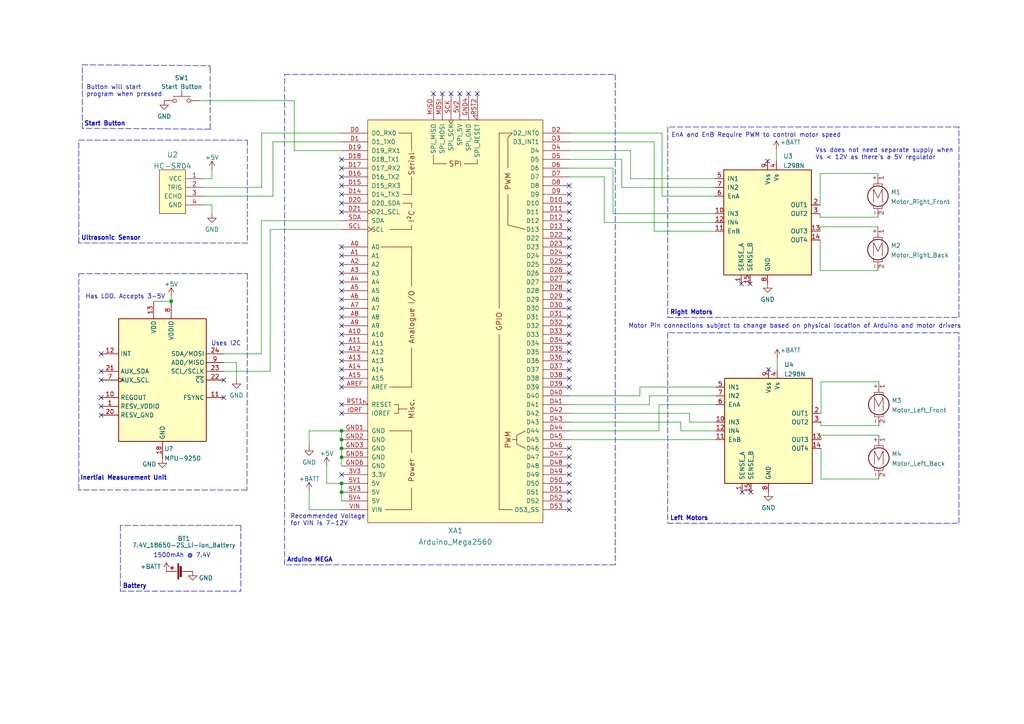
<source format=kicad_sch>
(kicad_sch (version 20211123) (generator eeschema)

  (uuid 55992e35-fe7b-468a-9b7a-1e4dc931b904)

  (paper "A4")

  (title_block
    (title "MTE 380 Project - Electrical Overview")
    (date "2022-10-03")
    (rev "v0")
    (company "MTE 380 - Group 5")
  )

  (lib_symbols
    (symbol "Device:Battery_Cell" (pin_numbers hide) (pin_names (offset 0) hide) (in_bom yes) (on_board yes)
      (property "Reference" "BT" (id 0) (at 2.54 2.54 0)
        (effects (font (size 1.27 1.27)) (justify left))
      )
      (property "Value" "Battery_Cell" (id 1) (at 2.54 0 0)
        (effects (font (size 1.27 1.27)) (justify left))
      )
      (property "Footprint" "" (id 2) (at 0 1.524 90)
        (effects (font (size 1.27 1.27)) hide)
      )
      (property "Datasheet" "~" (id 3) (at 0 1.524 90)
        (effects (font (size 1.27 1.27)) hide)
      )
      (property "ki_keywords" "battery cell" (id 4) (at 0 0 0)
        (effects (font (size 1.27 1.27)) hide)
      )
      (property "ki_description" "Single-cell battery" (id 5) (at 0 0 0)
        (effects (font (size 1.27 1.27)) hide)
      )
      (symbol "Battery_Cell_0_1"
        (rectangle (start -2.286 1.778) (end 2.286 1.524)
          (stroke (width 0) (type default) (color 0 0 0 0))
          (fill (type outline))
        )
        (rectangle (start -1.5748 1.1938) (end 1.4732 0.6858)
          (stroke (width 0) (type default) (color 0 0 0 0))
          (fill (type outline))
        )
        (polyline
          (pts
            (xy 0 0.762)
            (xy 0 0)
          )
          (stroke (width 0) (type default) (color 0 0 0 0))
          (fill (type none))
        )
        (polyline
          (pts
            (xy 0 1.778)
            (xy 0 2.54)
          )
          (stroke (width 0) (type default) (color 0 0 0 0))
          (fill (type none))
        )
        (polyline
          (pts
            (xy 0.508 3.429)
            (xy 1.524 3.429)
          )
          (stroke (width 0.254) (type default) (color 0 0 0 0))
          (fill (type none))
        )
        (polyline
          (pts
            (xy 1.016 3.937)
            (xy 1.016 2.921)
          )
          (stroke (width 0.254) (type default) (color 0 0 0 0))
          (fill (type none))
        )
      )
      (symbol "Battery_Cell_1_1"
        (pin passive line (at 0 5.08 270) (length 2.54)
          (name "+" (effects (font (size 1.27 1.27))))
          (number "1" (effects (font (size 1.27 1.27))))
        )
        (pin passive line (at 0 -2.54 90) (length 2.54)
          (name "-" (effects (font (size 1.27 1.27))))
          (number "2" (effects (font (size 1.27 1.27))))
        )
      )
    )
    (symbol "Driver_Motor:L298HN" (pin_names (offset 1.016)) (in_bom yes) (on_board yes)
      (property "Reference" "U" (id 0) (at -10.16 16.51 0)
        (effects (font (size 1.27 1.27)) (justify right))
      )
      (property "Value" "L298HN" (id 1) (at 12.7 16.51 0)
        (effects (font (size 1.27 1.27)) (justify right))
      )
      (property "Footprint" "Package_TO_SOT_THT:TO-220-15_P2.54x2.54mm_StaggerOdd_Lead4.58mm_Vertical" (id 2) (at 1.27 -16.51 0)
        (effects (font (size 1.27 1.27)) (justify left) hide)
      )
      (property "Datasheet" "http://www.st.com/st-web-ui/static/active/en/resource/technical/document/datasheet/CD00000240.pdf" (id 3) (at 3.81 6.35 0)
        (effects (font (size 1.27 1.27)) hide)
      )
      (property "ki_keywords" "H-bridge motor driver" (id 4) (at 0 0 0)
        (effects (font (size 1.27 1.27)) hide)
      )
      (property "ki_description" "Dual full bridge motor driver, up to 46V, 4A, Multiwatt-15" (id 5) (at 0 0 0)
        (effects (font (size 1.27 1.27)) hide)
      )
      (property "ki_fp_filters" "TO?220*" (id 6) (at 0 0 0)
        (effects (font (size 1.27 1.27)) hide)
      )
      (symbol "L298HN_0_1"
        (rectangle (start -12.7 15.24) (end 12.7 -15.24)
          (stroke (width 0.254) (type default) (color 0 0 0 0))
          (fill (type background))
        )
      )
      (symbol "L298HN_1_1"
        (pin power_in line (at -7.62 -17.78 90) (length 2.54)
          (name "SENSE_A" (effects (font (size 1.27 1.27))))
          (number "1" (effects (font (size 1.27 1.27))))
        )
        (pin input line (at -15.24 2.54 0) (length 2.54)
          (name "IN3" (effects (font (size 1.27 1.27))))
          (number "10" (effects (font (size 1.27 1.27))))
        )
        (pin input line (at -15.24 -2.54 0) (length 2.54)
          (name "EnB" (effects (font (size 1.27 1.27))))
          (number "11" (effects (font (size 1.27 1.27))))
        )
        (pin input line (at -15.24 0 0) (length 2.54)
          (name "IN4" (effects (font (size 1.27 1.27))))
          (number "12" (effects (font (size 1.27 1.27))))
        )
        (pin output line (at 15.24 -2.54 180) (length 2.54)
          (name "OUT3" (effects (font (size 1.27 1.27))))
          (number "13" (effects (font (size 1.27 1.27))))
        )
        (pin output line (at 15.24 -5.08 180) (length 2.54)
          (name "OUT4" (effects (font (size 1.27 1.27))))
          (number "14" (effects (font (size 1.27 1.27))))
        )
        (pin power_in line (at -5.08 -17.78 90) (length 2.54)
          (name "SENSE_B" (effects (font (size 1.27 1.27))))
          (number "15" (effects (font (size 1.27 1.27))))
        )
        (pin output line (at 15.24 5.08 180) (length 2.54)
          (name "OUT1" (effects (font (size 1.27 1.27))))
          (number "2" (effects (font (size 1.27 1.27))))
        )
        (pin output line (at 15.24 2.54 180) (length 2.54)
          (name "OUT2" (effects (font (size 1.27 1.27))))
          (number "3" (effects (font (size 1.27 1.27))))
        )
        (pin power_in line (at 2.54 17.78 270) (length 2.54)
          (name "Vs" (effects (font (size 1.27 1.27))))
          (number "4" (effects (font (size 1.27 1.27))))
        )
        (pin input line (at -15.24 12.7 0) (length 2.54)
          (name "IN1" (effects (font (size 1.27 1.27))))
          (number "5" (effects (font (size 1.27 1.27))))
        )
        (pin input line (at -15.24 7.62 0) (length 2.54)
          (name "EnA" (effects (font (size 1.27 1.27))))
          (number "6" (effects (font (size 1.27 1.27))))
        )
        (pin input line (at -15.24 10.16 0) (length 2.54)
          (name "IN2" (effects (font (size 1.27 1.27))))
          (number "7" (effects (font (size 1.27 1.27))))
        )
        (pin power_in line (at 0 -17.78 90) (length 2.54)
          (name "GND" (effects (font (size 1.27 1.27))))
          (number "8" (effects (font (size 1.27 1.27))))
        )
        (pin power_in line (at 0 17.78 270) (length 2.54)
          (name "Vss" (effects (font (size 1.27 1.27))))
          (number "9" (effects (font (size 1.27 1.27))))
        )
      )
    )
    (symbol "Motor:Motor_DC_ALT" (pin_names (offset 0)) (in_bom yes) (on_board yes)
      (property "Reference" "M" (id 0) (at 2.54 2.54 0)
        (effects (font (size 1.27 1.27)) (justify left))
      )
      (property "Value" "Motor_DC_ALT" (id 1) (at 2.54 -5.08 0)
        (effects (font (size 1.27 1.27)) (justify left top))
      )
      (property "Footprint" "" (id 2) (at 0 -2.286 0)
        (effects (font (size 1.27 1.27)) hide)
      )
      (property "Datasheet" "~" (id 3) (at 0 -2.286 0)
        (effects (font (size 1.27 1.27)) hide)
      )
      (property "ki_keywords" "DC Motor" (id 4) (at 0 0 0)
        (effects (font (size 1.27 1.27)) hide)
      )
      (property "ki_description" "DC Motor, alternative symbol" (id 5) (at 0 0 0)
        (effects (font (size 1.27 1.27)) hide)
      )
      (property "ki_fp_filters" "PinHeader*P2.54mm* TerminalBlock*" (id 6) (at 0 0 0)
        (effects (font (size 1.27 1.27)) hide)
      )
      (symbol "Motor_DC_ALT_0_0"
        (circle (center 0 -1.524) (radius 2.9718)
          (stroke (width 0.254) (type default) (color 0 0 0 0))
          (fill (type none))
        )
        (polyline
          (pts
            (xy -1.27 -4.318)
            (xy -1.27 -5.08)
            (xy 1.27 -5.08)
            (xy 1.27 -4.318)
          )
          (stroke (width 0) (type default) (color 0 0 0 0))
          (fill (type none))
        )
        (polyline
          (pts
            (xy -1.27 1.27)
            (xy -1.27 2.032)
            (xy 1.27 2.032)
            (xy 1.27 1.27)
          )
          (stroke (width 0) (type default) (color 0 0 0 0))
          (fill (type none))
        )
        (polyline
          (pts
            (xy -1.27 -3.302)
            (xy -1.27 0.508)
            (xy 0 -2.032)
            (xy 1.27 0.508)
            (xy 1.27 -3.302)
          )
          (stroke (width 0) (type default) (color 0 0 0 0))
          (fill (type none))
        )
      )
      (symbol "Motor_DC_ALT_0_1"
        (polyline
          (pts
            (xy 0 2.032)
            (xy 0 2.54)
          )
          (stroke (width 0) (type default) (color 0 0 0 0))
          (fill (type none))
        )
      )
      (symbol "Motor_DC_ALT_1_1"
        (pin passive line (at 0 5.08 270) (length 2.54)
          (name "+" (effects (font (size 1.27 1.27))))
          (number "1" (effects (font (size 1.27 1.27))))
        )
        (pin passive line (at 0 -7.62 90) (length 2.54)
          (name "-" (effects (font (size 1.27 1.27))))
          (number "2" (effects (font (size 1.27 1.27))))
        )
      )
    )
    (symbol "Sensor_Motion:MPU-9250" (in_bom yes) (on_board yes)
      (property "Reference" "U" (id 0) (at -11.43 19.05 0)
        (effects (font (size 1.27 1.27)))
      )
      (property "Value" "MPU-9250" (id 1) (at 7.62 -19.05 0)
        (effects (font (size 1.27 1.27)))
      )
      (property "Footprint" "Sensor_Motion:InvenSense_QFN-24_3x3mm_P0.4mm" (id 2) (at 0 -25.4 0)
        (effects (font (size 1.27 1.27)) hide)
      )
      (property "Datasheet" "https://store.invensense.com/datasheets/invensense/MPU9250REV1.0.pdf" (id 3) (at 0 -3.81 0)
        (effects (font (size 1.27 1.27)) hide)
      )
      (property "ki_keywords" "mems magnetometer" (id 4) (at 0 0 0)
        (effects (font (size 1.27 1.27)) hide)
      )
      (property "ki_description" "InvenSense 9-Axis Motion Sensor, Accelerometer, Gyroscope, Compass, I2C/SPI" (id 5) (at 0 0 0)
        (effects (font (size 1.27 1.27)) hide)
      )
      (property "ki_fp_filters" "*QFN*3x3mm*P0.4mm*" (id 6) (at 0 0 0)
        (effects (font (size 1.27 1.27)) hide)
      )
      (symbol "MPU-9250_0_1"
        (rectangle (start -12.7 17.78) (end 12.7 -17.78)
          (stroke (width 0.254) (type default) (color 0 0 0 0))
          (fill (type background))
        )
      )
      (symbol "MPU-9250_1_1"
        (pin input line (at 17.78 -7.62 180) (length 5.08)
          (name "RESV_VDDIO" (effects (font (size 1.27 1.27))))
          (number "1" (effects (font (size 1.27 1.27))))
        )
        (pin passive line (at 17.78 -5.08 180) (length 5.08)
          (name "REGOUT" (effects (font (size 1.27 1.27))))
          (number "10" (effects (font (size 1.27 1.27))))
        )
        (pin input line (at -17.78 -5.08 0) (length 5.08)
          (name "FSYNC" (effects (font (size 1.27 1.27))))
          (number "11" (effects (font (size 1.27 1.27))))
        )
        (pin output line (at 17.78 7.62 180) (length 5.08)
          (name "INT" (effects (font (size 1.27 1.27))))
          (number "12" (effects (font (size 1.27 1.27))))
        )
        (pin power_in line (at 2.54 22.86 270) (length 5.08)
          (name "VDD" (effects (font (size 1.27 1.27))))
          (number "13" (effects (font (size 1.27 1.27))))
        )
        (pin power_in line (at 0 -22.86 90) (length 5.08)
          (name "GND" (effects (font (size 1.27 1.27))))
          (number "18" (effects (font (size 1.27 1.27))))
        )
        (pin power_in line (at 17.78 -10.16 180) (length 5.08)
          (name "RESV_GND" (effects (font (size 1.27 1.27))))
          (number "20" (effects (font (size 1.27 1.27))))
        )
        (pin bidirectional line (at 17.78 2.54 180) (length 5.08)
          (name "AUX_SDA" (effects (font (size 1.27 1.27))))
          (number "21" (effects (font (size 1.27 1.27))))
        )
        (pin input line (at -17.78 0 0) (length 5.08)
          (name "~{CS}" (effects (font (size 1.27 1.27))))
          (number "22" (effects (font (size 1.27 1.27))))
        )
        (pin input line (at -17.78 2.54 0) (length 5.08)
          (name "SCL/SCLK" (effects (font (size 1.27 1.27))))
          (number "23" (effects (font (size 1.27 1.27))))
        )
        (pin bidirectional line (at -17.78 7.62 0) (length 5.08)
          (name "SDA/MOSI" (effects (font (size 1.27 1.27))))
          (number "24" (effects (font (size 1.27 1.27))))
        )
        (pin output clock (at 17.78 0 180) (length 5.08)
          (name "AUX_SCL" (effects (font (size 1.27 1.27))))
          (number "7" (effects (font (size 1.27 1.27))))
        )
        (pin power_in line (at -2.54 22.86 270) (length 5.08)
          (name "VDDIO" (effects (font (size 1.27 1.27))))
          (number "8" (effects (font (size 1.27 1.27))))
        )
        (pin bidirectional line (at -17.78 5.08 0) (length 5.08)
          (name "AD0/MISO" (effects (font (size 1.27 1.27))))
          (number "9" (effects (font (size 1.27 1.27))))
        )
      )
    )
    (symbol "Switch:SW_Push" (pin_numbers hide) (pin_names (offset 1.016) hide) (in_bom yes) (on_board yes)
      (property "Reference" "SW" (id 0) (at 1.27 2.54 0)
        (effects (font (size 1.27 1.27)) (justify left))
      )
      (property "Value" "SW_Push" (id 1) (at 0 -1.524 0)
        (effects (font (size 1.27 1.27)))
      )
      (property "Footprint" "" (id 2) (at 0 5.08 0)
        (effects (font (size 1.27 1.27)) hide)
      )
      (property "Datasheet" "~" (id 3) (at 0 5.08 0)
        (effects (font (size 1.27 1.27)) hide)
      )
      (property "ki_keywords" "switch normally-open pushbutton push-button" (id 4) (at 0 0 0)
        (effects (font (size 1.27 1.27)) hide)
      )
      (property "ki_description" "Push button switch, generic, two pins" (id 5) (at 0 0 0)
        (effects (font (size 1.27 1.27)) hide)
      )
      (symbol "SW_Push_0_1"
        (circle (center -2.032 0) (radius 0.508)
          (stroke (width 0) (type default) (color 0 0 0 0))
          (fill (type none))
        )
        (polyline
          (pts
            (xy 0 1.27)
            (xy 0 3.048)
          )
          (stroke (width 0) (type default) (color 0 0 0 0))
          (fill (type none))
        )
        (polyline
          (pts
            (xy 2.54 1.27)
            (xy -2.54 1.27)
          )
          (stroke (width 0) (type default) (color 0 0 0 0))
          (fill (type none))
        )
        (circle (center 2.032 0) (radius 0.508)
          (stroke (width 0) (type default) (color 0 0 0 0))
          (fill (type none))
        )
        (pin passive line (at -5.08 0 0) (length 2.54)
          (name "1" (effects (font (size 1.27 1.27))))
          (number "1" (effects (font (size 1.27 1.27))))
        )
        (pin passive line (at 5.08 0 180) (length 2.54)
          (name "2" (effects (font (size 1.27 1.27))))
          (number "2" (effects (font (size 1.27 1.27))))
        )
      )
    )
    (symbol "arduino:Arduino_Mega2560_Shield" (pin_names (offset 1.016)) (in_bom yes) (on_board yes)
      (property "Reference" "XA" (id 0) (at 2.54 0 90)
        (effects (font (size 1.524 1.524)))
      )
      (property "Value" "Arduino_Mega2560_Shield" (id 1) (at -2.54 0 90)
        (effects (font (size 1.524 1.524)))
      )
      (property "Footprint" "" (id 2) (at 17.78 69.85 0)
        (effects (font (size 1.524 1.524)) hide)
      )
      (property "Datasheet" "" (id 3) (at 17.78 69.85 0)
        (effects (font (size 1.524 1.524)) hide)
      )
      (property "ki_fp_filters" "Arduino_Mega2560_Shield" (id 4) (at 0 0 0)
        (effects (font (size 1.27 1.27)) hide)
      )
      (symbol "Arduino_Mega2560_Shield_0_0"
        (rectangle (start -25.4 -58.42) (end 25.4 58.42)
          (stroke (width 0) (type default) (color 0 0 0 0))
          (fill (type background))
        )
        (rectangle (start -20.32 -54.61) (end -12.7 -54.61)
          (stroke (width 0) (type default) (color 0 0 0 0))
          (fill (type none))
        )
        (rectangle (start -19.05 -31.75) (end -12.7 -31.75)
          (stroke (width 0) (type default) (color 0 0 0 0))
          (fill (type none))
        )
        (rectangle (start -19.05 -19.05) (end -12.7 -19.05)
          (stroke (width 0) (type default) (color 0 0 0 0))
          (fill (type none))
        )
        (rectangle (start -19.05 26.67) (end -12.7 26.67)
          (stroke (width 0) (type default) (color 0 0 0 0))
          (fill (type none))
        )
        (rectangle (start -17.78 -26.67) (end -16.51 -26.67)
          (stroke (width 0) (type default) (color 0 0 0 0))
          (fill (type none))
        )
        (rectangle (start -17.78 -24.13) (end -16.51 -24.13)
          (stroke (width 0) (type default) (color 0 0 0 0))
          (fill (type none))
        )
        (rectangle (start -16.51 -25.4) (end -13.97 -25.4)
          (stroke (width 0) (type default) (color 0 0 0 0))
          (fill (type none))
        )
        (rectangle (start -16.51 -24.13) (end -16.51 -26.67)
          (stroke (width 0) (type default) (color 0 0 0 0))
          (fill (type none))
        )
        (rectangle (start -16.51 54.61) (end -12.7 54.61)
          (stroke (width 0) (type default) (color 0 0 0 0))
          (fill (type none))
        )
        (rectangle (start -15.24 34.29) (end -12.7 34.29)
          (stroke (width 0) (type default) (color 0 0 0 0))
          (fill (type none))
        )
        (rectangle (start -15.24 36.83) (end -12.7 36.83)
          (stroke (width 0) (type default) (color 0 0 0 0))
          (fill (type none))
        )
        (rectangle (start -12.7 -54.61) (end -12.7 -48.26)
          (stroke (width 0) (type default) (color 0 0 0 0))
          (fill (type none))
        )
        (rectangle (start -12.7 -31.75) (end -12.7 -38.1)
          (stroke (width 0) (type default) (color 0 0 0 0))
          (fill (type none))
        )
        (rectangle (start -12.7 26.67) (end -12.7 27.94)
          (stroke (width 0) (type default) (color 0 0 0 0))
          (fill (type none))
        )
        (rectangle (start -12.7 34.29) (end -12.7 33.02)
          (stroke (width 0) (type default) (color 0 0 0 0))
          (fill (type none))
        )
        (rectangle (start -12.7 41.91) (end -12.7 36.83)
          (stroke (width 0) (type default) (color 0 0 0 0))
          (fill (type none))
        )
        (rectangle (start -12.7 49.53) (end -12.7 54.61)
          (stroke (width 0) (type default) (color 0 0 0 0))
          (fill (type none))
        )
        (rectangle (start -6.35 48.26) (end -6.35 45.72)
          (stroke (width 0) (type default) (color 0 0 0 0))
          (fill (type none))
        )
        (rectangle (start -2.54 45.72) (end -6.35 45.72)
          (stroke (width 0) (type default) (color 0 0 0 0))
          (fill (type none))
        )
        (polyline
          (pts
            (xy -21.59 21.59)
            (xy -12.7 21.59)
          )
          (stroke (width 0) (type default) (color 0 0 0 0))
          (fill (type none))
        )
        (polyline
          (pts
            (xy -12.7 -19.05)
            (xy -12.7 -7.62)
          )
          (stroke (width 0) (type default) (color 0 0 0 0))
          (fill (type none))
        )
        (polyline
          (pts
            (xy -12.7 10.16)
            (xy -12.7 21.59)
          )
          (stroke (width 0) (type default) (color 0 0 0 0))
          (fill (type none))
        )
        (polyline
          (pts
            (xy 12.7 -54.61)
            (xy 16.51 -54.61)
          )
          (stroke (width 0) (type default) (color 0 0 0 0))
          (fill (type none))
        )
        (polyline
          (pts
            (xy 12.7 54.61)
            (xy 16.51 54.61)
          )
          (stroke (width 0) (type default) (color 0 0 0 0))
          (fill (type none))
        )
        (polyline
          (pts
            (xy 17.78 -34.29)
            (xy 16.51 -34.29)
          )
          (stroke (width 0) (type default) (color 0 0 0 0))
          (fill (type none))
        )
        (polyline
          (pts
            (xy 15.24 36.83)
            (xy 15.24 27.94)
            (xy 20.32 26.67)
          )
          (stroke (width 0) (type default) (color 0 0 0 0))
          (fill (type none))
        )
        (polyline
          (pts
            (xy 15.24 44.45)
            (xy 15.24 53.34)
            (xy 16.51 54.61)
          )
          (stroke (width 0) (type default) (color 0 0 0 0))
          (fill (type none))
        )
        (polyline
          (pts
            (xy 20.32 -31.75)
            (xy 17.78 -33.02)
            (xy 17.78 -35.56)
            (xy 20.32 -36.83)
          )
          (stroke (width 0) (type default) (color 0 0 0 0))
          (fill (type none))
        )
        (rectangle (start 6.35 45.72) (end 2.54 45.72)
          (stroke (width 0) (type default) (color 0 0 0 0))
          (fill (type none))
        )
        (rectangle (start 6.35 46.99) (end 6.35 45.72)
          (stroke (width 0) (type default) (color 0 0 0 0))
          (fill (type none))
        )
        (text "Analogue I/O" (at -12.7 1.27 900)
          (effects (font (size 1.524 1.524)))
        )
        (text "I²C" (at -12.7 30.48 900)
          (effects (font (size 1.524 1.524)))
        )
        (text "Misc." (at -12.7 -25.4 900)
          (effects (font (size 1.524 1.524)))
        )
        (text "Power" (at -12.7 -43.18 900)
          (effects (font (size 1.524 1.524)))
        )
        (text "PWM" (at 15.24 -34.29 900)
          (effects (font (size 1.524 1.524)))
        )
        (text "PWM" (at 15.24 40.64 900)
          (effects (font (size 1.524 1.524)))
        )
        (text "Serial" (at -12.7 45.72 900)
          (effects (font (size 1.524 1.524)))
        )
        (text "SPI" (at 0 45.72 0)
          (effects (font (size 1.524 1.524)))
        )
      )
      (symbol "Arduino_Mega2560_Shield_1_0"
        (rectangle (start 12.7 -54.61) (end 12.7 -3.81)
          (stroke (width 0) (type default) (color 0 0 0 0))
          (fill (type none))
        )
        (rectangle (start 12.7 54.61) (end 12.7 3.81)
          (stroke (width 0) (type default) (color 0 0 0 0))
          (fill (type none))
        )
        (text "GPIO" (at 12.7 0 900)
          (effects (font (size 1.524 1.524)))
        )
      )
      (symbol "Arduino_Mega2560_Shield_1_1"
        (pin power_in line (at -33.02 -44.45 0) (length 7.62)
          (name "3.3V" (effects (font (size 1.27 1.27))))
          (number "3V3" (effects (font (size 1.27 1.27))))
        )
        (pin power_in line (at -33.02 -46.99 0) (length 7.62)
          (name "5V" (effects (font (size 1.27 1.27))))
          (number "5V1" (effects (font (size 1.27 1.27))))
        )
        (pin power_in line (at 1.27 66.04 270) (length 7.62)
          (name "SPI_5V" (effects (font (size 1.27 1.27))))
          (number "5V2" (effects (font (size 1.27 1.27))))
        )
        (pin power_in line (at -33.02 -49.53 0) (length 7.62)
          (name "5V" (effects (font (size 1.27 1.27))))
          (number "5V3" (effects (font (size 1.27 1.27))))
        )
        (pin power_in line (at -33.02 -52.07 0) (length 7.62)
          (name "5V" (effects (font (size 1.27 1.27))))
          (number "5V4" (effects (font (size 1.27 1.27))))
        )
        (pin bidirectional line (at -33.02 21.59 0) (length 7.62)
          (name "A0" (effects (font (size 1.27 1.27))))
          (number "A0" (effects (font (size 1.27 1.27))))
        )
        (pin bidirectional line (at -33.02 19.05 0) (length 7.62)
          (name "A1" (effects (font (size 1.27 1.27))))
          (number "A1" (effects (font (size 1.27 1.27))))
        )
        (pin bidirectional line (at -33.02 -3.81 0) (length 7.62)
          (name "A10" (effects (font (size 1.27 1.27))))
          (number "A10" (effects (font (size 1.27 1.27))))
        )
        (pin bidirectional line (at -33.02 -6.35 0) (length 7.62)
          (name "A11" (effects (font (size 1.27 1.27))))
          (number "A11" (effects (font (size 1.27 1.27))))
        )
        (pin bidirectional line (at -33.02 -8.89 0) (length 7.62)
          (name "A12" (effects (font (size 1.27 1.27))))
          (number "A12" (effects (font (size 1.27 1.27))))
        )
        (pin bidirectional line (at -33.02 -11.43 0) (length 7.62)
          (name "A13" (effects (font (size 1.27 1.27))))
          (number "A13" (effects (font (size 1.27 1.27))))
        )
        (pin bidirectional line (at -33.02 -13.97 0) (length 7.62)
          (name "A14" (effects (font (size 1.27 1.27))))
          (number "A14" (effects (font (size 1.27 1.27))))
        )
        (pin bidirectional line (at -33.02 -16.51 0) (length 7.62)
          (name "A15" (effects (font (size 1.27 1.27))))
          (number "A15" (effects (font (size 1.27 1.27))))
        )
        (pin bidirectional line (at -33.02 16.51 0) (length 7.62)
          (name "A2" (effects (font (size 1.27 1.27))))
          (number "A2" (effects (font (size 1.27 1.27))))
        )
        (pin bidirectional line (at -33.02 13.97 0) (length 7.62)
          (name "A3" (effects (font (size 1.27 1.27))))
          (number "A3" (effects (font (size 1.27 1.27))))
        )
        (pin bidirectional line (at -33.02 11.43 0) (length 7.62)
          (name "A4" (effects (font (size 1.27 1.27))))
          (number "A4" (effects (font (size 1.27 1.27))))
        )
        (pin bidirectional line (at -33.02 8.89 0) (length 7.62)
          (name "A5" (effects (font (size 1.27 1.27))))
          (number "A5" (effects (font (size 1.27 1.27))))
        )
        (pin bidirectional line (at -33.02 6.35 0) (length 7.62)
          (name "A6" (effects (font (size 1.27 1.27))))
          (number "A6" (effects (font (size 1.27 1.27))))
        )
        (pin bidirectional line (at -33.02 3.81 0) (length 7.62)
          (name "A7" (effects (font (size 1.27 1.27))))
          (number "A7" (effects (font (size 1.27 1.27))))
        )
        (pin bidirectional line (at -33.02 1.27 0) (length 7.62)
          (name "A8" (effects (font (size 1.27 1.27))))
          (number "A8" (effects (font (size 1.27 1.27))))
        )
        (pin bidirectional line (at -33.02 -1.27 0) (length 7.62)
          (name "A9" (effects (font (size 1.27 1.27))))
          (number "A9" (effects (font (size 1.27 1.27))))
        )
        (pin input line (at -33.02 -19.05 0) (length 7.62)
          (name "AREF" (effects (font (size 1.27 1.27))))
          (number "AREF" (effects (font (size 1.27 1.27))))
        )
        (pin bidirectional line (at -33.02 54.61 0) (length 7.62)
          (name "D0_RX0" (effects (font (size 1.27 1.27))))
          (number "D0" (effects (font (size 1.27 1.27))))
        )
        (pin bidirectional line (at -33.02 52.07 0) (length 7.62)
          (name "D1_TX0" (effects (font (size 1.27 1.27))))
          (number "D1" (effects (font (size 1.27 1.27))))
        )
        (pin bidirectional line (at 33.02 34.29 180) (length 7.62)
          (name "D10" (effects (font (size 1.27 1.27))))
          (number "D10" (effects (font (size 1.27 1.27))))
        )
        (pin bidirectional line (at 33.02 31.75 180) (length 7.62)
          (name "D11" (effects (font (size 1.27 1.27))))
          (number "D11" (effects (font (size 1.27 1.27))))
        )
        (pin bidirectional line (at 33.02 29.21 180) (length 7.62)
          (name "D12" (effects (font (size 1.27 1.27))))
          (number "D12" (effects (font (size 1.27 1.27))))
        )
        (pin bidirectional line (at 33.02 26.67 180) (length 7.62)
          (name "D13" (effects (font (size 1.27 1.27))))
          (number "D13" (effects (font (size 1.27 1.27))))
        )
        (pin bidirectional line (at -33.02 36.83 0) (length 7.62)
          (name "D14_TX3" (effects (font (size 1.27 1.27))))
          (number "D14" (effects (font (size 1.27 1.27))))
        )
        (pin bidirectional line (at -33.02 39.37 0) (length 7.62)
          (name "D15_RX3" (effects (font (size 1.27 1.27))))
          (number "D15" (effects (font (size 1.27 1.27))))
        )
        (pin bidirectional line (at -33.02 41.91 0) (length 7.62)
          (name "D16_TX2" (effects (font (size 1.27 1.27))))
          (number "D16" (effects (font (size 1.27 1.27))))
        )
        (pin bidirectional line (at -33.02 44.45 0) (length 7.62)
          (name "D17_RX2" (effects (font (size 1.27 1.27))))
          (number "D17" (effects (font (size 1.27 1.27))))
        )
        (pin bidirectional line (at -33.02 46.99 0) (length 7.62)
          (name "D18_TX1" (effects (font (size 1.27 1.27))))
          (number "D18" (effects (font (size 1.27 1.27))))
        )
        (pin bidirectional line (at -33.02 49.53 0) (length 7.62)
          (name "D19_RX1" (effects (font (size 1.27 1.27))))
          (number "D19" (effects (font (size 1.27 1.27))))
        )
        (pin bidirectional line (at 33.02 54.61 180) (length 7.62)
          (name "D2_INT0" (effects (font (size 1.27 1.27))))
          (number "D2" (effects (font (size 1.27 1.27))))
        )
        (pin bidirectional line (at -33.02 34.29 0) (length 7.62)
          (name "D20_SDA" (effects (font (size 1.27 1.27))))
          (number "D20" (effects (font (size 1.27 1.27))))
        )
        (pin bidirectional clock (at -33.02 31.75 0) (length 7.62)
          (name "D21_SCL" (effects (font (size 1.27 1.27))))
          (number "D21" (effects (font (size 1.27 1.27))))
        )
        (pin bidirectional line (at 33.02 24.13 180) (length 7.62)
          (name "D22" (effects (font (size 1.27 1.27))))
          (number "D22" (effects (font (size 1.27 1.27))))
        )
        (pin bidirectional line (at 33.02 21.59 180) (length 7.62)
          (name "D23" (effects (font (size 1.27 1.27))))
          (number "D23" (effects (font (size 1.27 1.27))))
        )
        (pin bidirectional line (at 33.02 19.05 180) (length 7.62)
          (name "D24" (effects (font (size 1.27 1.27))))
          (number "D24" (effects (font (size 1.27 1.27))))
        )
        (pin bidirectional line (at 33.02 16.51 180) (length 7.62)
          (name "D25" (effects (font (size 1.27 1.27))))
          (number "D25" (effects (font (size 1.27 1.27))))
        )
        (pin bidirectional line (at 33.02 13.97 180) (length 7.62)
          (name "D26" (effects (font (size 1.27 1.27))))
          (number "D26" (effects (font (size 1.27 1.27))))
        )
        (pin bidirectional line (at 33.02 11.43 180) (length 7.62)
          (name "D27" (effects (font (size 1.27 1.27))))
          (number "D27" (effects (font (size 1.27 1.27))))
        )
        (pin bidirectional line (at 33.02 8.89 180) (length 7.62)
          (name "D28" (effects (font (size 1.27 1.27))))
          (number "D28" (effects (font (size 1.27 1.27))))
        )
        (pin bidirectional line (at 33.02 6.35 180) (length 7.62)
          (name "D29" (effects (font (size 1.27 1.27))))
          (number "D29" (effects (font (size 1.27 1.27))))
        )
        (pin bidirectional line (at 33.02 52.07 180) (length 7.62)
          (name "D3_INT1" (effects (font (size 1.27 1.27))))
          (number "D3" (effects (font (size 1.27 1.27))))
        )
        (pin bidirectional line (at 33.02 3.81 180) (length 7.62)
          (name "D30" (effects (font (size 1.27 1.27))))
          (number "D30" (effects (font (size 1.27 1.27))))
        )
        (pin bidirectional line (at 33.02 1.27 180) (length 7.62)
          (name "D31" (effects (font (size 1.27 1.27))))
          (number "D31" (effects (font (size 1.27 1.27))))
        )
        (pin bidirectional line (at 33.02 -1.27 180) (length 7.62)
          (name "D32" (effects (font (size 1.27 1.27))))
          (number "D32" (effects (font (size 1.27 1.27))))
        )
        (pin bidirectional line (at 33.02 -3.81 180) (length 7.62)
          (name "D33" (effects (font (size 1.27 1.27))))
          (number "D33" (effects (font (size 1.27 1.27))))
        )
        (pin bidirectional line (at 33.02 -6.35 180) (length 7.62)
          (name "D34" (effects (font (size 1.27 1.27))))
          (number "D34" (effects (font (size 1.27 1.27))))
        )
        (pin bidirectional line (at 33.02 -8.89 180) (length 7.62)
          (name "D35" (effects (font (size 1.27 1.27))))
          (number "D35" (effects (font (size 1.27 1.27))))
        )
        (pin bidirectional line (at 33.02 -11.43 180) (length 7.62)
          (name "D36" (effects (font (size 1.27 1.27))))
          (number "D36" (effects (font (size 1.27 1.27))))
        )
        (pin bidirectional line (at 33.02 -13.97 180) (length 7.62)
          (name "D37" (effects (font (size 1.27 1.27))))
          (number "D37" (effects (font (size 1.27 1.27))))
        )
        (pin bidirectional line (at 33.02 -16.51 180) (length 7.62)
          (name "D38" (effects (font (size 1.27 1.27))))
          (number "D38" (effects (font (size 1.27 1.27))))
        )
        (pin bidirectional line (at 33.02 -19.05 180) (length 7.62)
          (name "D39" (effects (font (size 1.27 1.27))))
          (number "D39" (effects (font (size 1.27 1.27))))
        )
        (pin bidirectional line (at 33.02 49.53 180) (length 7.62)
          (name "D4" (effects (font (size 1.27 1.27))))
          (number "D4" (effects (font (size 1.27 1.27))))
        )
        (pin bidirectional line (at 33.02 -21.59 180) (length 7.62)
          (name "D40" (effects (font (size 1.27 1.27))))
          (number "D40" (effects (font (size 1.27 1.27))))
        )
        (pin bidirectional line (at 33.02 -24.13 180) (length 7.62)
          (name "D41" (effects (font (size 1.27 1.27))))
          (number "D41" (effects (font (size 1.27 1.27))))
        )
        (pin bidirectional line (at 33.02 -26.67 180) (length 7.62)
          (name "D42" (effects (font (size 1.27 1.27))))
          (number "D42" (effects (font (size 1.27 1.27))))
        )
        (pin bidirectional line (at 33.02 -29.21 180) (length 7.62)
          (name "D43" (effects (font (size 1.27 1.27))))
          (number "D43" (effects (font (size 1.27 1.27))))
        )
        (pin bidirectional line (at 33.02 -31.75 180) (length 7.62)
          (name "D44" (effects (font (size 1.27 1.27))))
          (number "D44" (effects (font (size 1.27 1.27))))
        )
        (pin bidirectional line (at 33.02 -34.29 180) (length 7.62)
          (name "D45" (effects (font (size 1.27 1.27))))
          (number "D45" (effects (font (size 1.27 1.27))))
        )
        (pin bidirectional line (at 33.02 -36.83 180) (length 7.62)
          (name "D46" (effects (font (size 1.27 1.27))))
          (number "D46" (effects (font (size 1.27 1.27))))
        )
        (pin bidirectional line (at 33.02 -39.37 180) (length 7.62)
          (name "D47" (effects (font (size 1.27 1.27))))
          (number "D47" (effects (font (size 1.27 1.27))))
        )
        (pin bidirectional line (at 33.02 -41.91 180) (length 7.62)
          (name "D48" (effects (font (size 1.27 1.27))))
          (number "D48" (effects (font (size 1.27 1.27))))
        )
        (pin bidirectional line (at 33.02 -44.45 180) (length 7.62)
          (name "D49" (effects (font (size 1.27 1.27))))
          (number "D49" (effects (font (size 1.27 1.27))))
        )
        (pin bidirectional line (at 33.02 46.99 180) (length 7.62)
          (name "D5" (effects (font (size 1.27 1.27))))
          (number "D5" (effects (font (size 1.27 1.27))))
        )
        (pin bidirectional line (at 33.02 -46.99 180) (length 7.62)
          (name "D50" (effects (font (size 1.27 1.27))))
          (number "D50" (effects (font (size 1.27 1.27))))
        )
        (pin bidirectional line (at 33.02 -49.53 180) (length 7.62)
          (name "D51" (effects (font (size 1.27 1.27))))
          (number "D51" (effects (font (size 1.27 1.27))))
        )
        (pin bidirectional line (at 33.02 -52.07 180) (length 7.62)
          (name "D52" (effects (font (size 1.27 1.27))))
          (number "D52" (effects (font (size 1.27 1.27))))
        )
        (pin bidirectional line (at 33.02 -54.61 180) (length 7.62)
          (name "D53_SS" (effects (font (size 1.27 1.27))))
          (number "D53" (effects (font (size 1.27 1.27))))
        )
        (pin bidirectional line (at 33.02 44.45 180) (length 7.62)
          (name "D6" (effects (font (size 1.27 1.27))))
          (number "D6" (effects (font (size 1.27 1.27))))
        )
        (pin bidirectional line (at 33.02 41.91 180) (length 7.62)
          (name "D7" (effects (font (size 1.27 1.27))))
          (number "D7" (effects (font (size 1.27 1.27))))
        )
        (pin bidirectional line (at 33.02 39.37 180) (length 7.62)
          (name "D8" (effects (font (size 1.27 1.27))))
          (number "D8" (effects (font (size 1.27 1.27))))
        )
        (pin bidirectional line (at 33.02 36.83 180) (length 7.62)
          (name "D9" (effects (font (size 1.27 1.27))))
          (number "D9" (effects (font (size 1.27 1.27))))
        )
        (pin power_in line (at -33.02 -31.75 0) (length 7.62)
          (name "GND" (effects (font (size 1.27 1.27))))
          (number "GND1" (effects (font (size 1.27 1.27))))
        )
        (pin power_in line (at -33.02 -34.29 0) (length 7.62)
          (name "GND" (effects (font (size 1.27 1.27))))
          (number "GND2" (effects (font (size 1.27 1.27))))
        )
        (pin power_in line (at -33.02 -36.83 0) (length 7.62)
          (name "GND" (effects (font (size 1.27 1.27))))
          (number "GND3" (effects (font (size 1.27 1.27))))
        )
        (pin power_in line (at 3.81 66.04 270) (length 7.62)
          (name "SPI_GND" (effects (font (size 1.27 1.27))))
          (number "GND4" (effects (font (size 1.27 1.27))))
        )
        (pin power_in line (at -33.02 -39.37 0) (length 7.62)
          (name "GND" (effects (font (size 1.27 1.27))))
          (number "GND5" (effects (font (size 1.27 1.27))))
        )
        (pin power_in line (at -33.02 -41.91 0) (length 7.62)
          (name "GND" (effects (font (size 1.27 1.27))))
          (number "GND6" (effects (font (size 1.27 1.27))))
        )
        (pin output line (at -33.02 -26.67 0) (length 7.62)
          (name "IOREF" (effects (font (size 1.27 1.27))))
          (number "IORF" (effects (font (size 1.27 1.27))))
        )
        (pin input line (at -6.35 66.04 270) (length 7.62)
          (name "SPI_MISO" (effects (font (size 1.27 1.27))))
          (number "MISO" (effects (font (size 1.27 1.27))))
        )
        (pin output line (at -3.81 66.04 270) (length 7.62)
          (name "SPI_MOSI" (effects (font (size 1.27 1.27))))
          (number "MOSI" (effects (font (size 1.27 1.27))))
        )
        (pin open_collector input_low (at -33.02 -24.13 0) (length 7.62)
          (name "RESET" (effects (font (size 1.27 1.27))))
          (number "RST1" (effects (font (size 1.27 1.27))))
        )
        (pin open_collector input_low (at 6.35 66.04 270) (length 7.62)
          (name "SPI_RESET" (effects (font (size 1.27 1.27))))
          (number "RST2" (effects (font (size 1.27 1.27))))
        )
        (pin output clock (at -1.27 66.04 270) (length 7.62)
          (name "SPI_SCK" (effects (font (size 1.27 1.27))))
          (number "SCK" (effects (font (size 1.27 1.27))))
        )
        (pin bidirectional clock (at -33.02 26.67 0) (length 7.62)
          (name "SCL" (effects (font (size 1.27 1.27))))
          (number "SCL" (effects (font (size 1.27 1.27))))
        )
        (pin bidirectional line (at -33.02 29.21 0) (length 7.62)
          (name "SDA" (effects (font (size 1.27 1.27))))
          (number "SDA" (effects (font (size 1.27 1.27))))
        )
        (pin power_in line (at -33.02 -54.61 0) (length 7.62)
          (name "VIN" (effects (font (size 1.27 1.27))))
          (number "VIN" (effects (font (size 1.27 1.27))))
        )
      )
    )
    (symbol "hc-sr04:HC-SR04" (pin_names (offset 1.016)) (in_bom yes) (on_board yes)
      (property "Reference" "U" (id 0) (at -6.35 -7.62 0)
        (effects (font (size 1.524 1.524)))
      )
      (property "Value" "HC-SR04" (id 1) (at -2.54 7.62 0)
        (effects (font (size 1.524 1.524)))
      )
      (property "Footprint" "" (id 2) (at 0 0 0)
        (effects (font (size 1.524 1.524)))
      )
      (property "Datasheet" "" (id 3) (at 0 0 0)
        (effects (font (size 1.524 1.524)))
      )
      (symbol "HC-SR04_0_1"
        (rectangle (start 0 6.35) (end -7.62 -6.35)
          (stroke (width 0) (type default) (color 0 0 0 0))
          (fill (type background))
        )
      )
      (symbol "HC-SR04_1_1"
        (pin input line (at 5.08 3.81 180) (length 5.08)
          (name "VCC" (effects (font (size 1.27 1.27))))
          (number "1" (effects (font (size 1.27 1.27))))
        )
        (pin input line (at 5.08 1.27 180) (length 5.08)
          (name "TRIG" (effects (font (size 1.27 1.27))))
          (number "2" (effects (font (size 1.27 1.27))))
        )
        (pin input line (at 5.08 -1.27 180) (length 5.08)
          (name "ECHO" (effects (font (size 1.27 1.27))))
          (number "3" (effects (font (size 1.27 1.27))))
        )
        (pin input line (at 5.08 -3.81 180) (length 5.08)
          (name "GND" (effects (font (size 1.27 1.27))))
          (number "4" (effects (font (size 1.27 1.27))))
        )
      )
    )
    (symbol "power:+5V" (power) (pin_names (offset 0)) (in_bom yes) (on_board yes)
      (property "Reference" "#PWR" (id 0) (at 0 -3.81 0)
        (effects (font (size 1.27 1.27)) hide)
      )
      (property "Value" "+5V" (id 1) (at 0 3.556 0)
        (effects (font (size 1.27 1.27)))
      )
      (property "Footprint" "" (id 2) (at 0 0 0)
        (effects (font (size 1.27 1.27)) hide)
      )
      (property "Datasheet" "" (id 3) (at 0 0 0)
        (effects (font (size 1.27 1.27)) hide)
      )
      (property "ki_keywords" "power-flag" (id 4) (at 0 0 0)
        (effects (font (size 1.27 1.27)) hide)
      )
      (property "ki_description" "Power symbol creates a global label with name \"+5V\"" (id 5) (at 0 0 0)
        (effects (font (size 1.27 1.27)) hide)
      )
      (symbol "+5V_0_1"
        (polyline
          (pts
            (xy -0.762 1.27)
            (xy 0 2.54)
          )
          (stroke (width 0) (type default) (color 0 0 0 0))
          (fill (type none))
        )
        (polyline
          (pts
            (xy 0 0)
            (xy 0 2.54)
          )
          (stroke (width 0) (type default) (color 0 0 0 0))
          (fill (type none))
        )
        (polyline
          (pts
            (xy 0 2.54)
            (xy 0.762 1.27)
          )
          (stroke (width 0) (type default) (color 0 0 0 0))
          (fill (type none))
        )
      )
      (symbol "+5V_1_1"
        (pin power_in line (at 0 0 90) (length 0) hide
          (name "+5V" (effects (font (size 1.27 1.27))))
          (number "1" (effects (font (size 1.27 1.27))))
        )
      )
    )
    (symbol "power:+BATT" (power) (pin_names (offset 0)) (in_bom yes) (on_board yes)
      (property "Reference" "#PWR" (id 0) (at 0 -3.81 0)
        (effects (font (size 1.27 1.27)) hide)
      )
      (property "Value" "+BATT" (id 1) (at 0 3.556 0)
        (effects (font (size 1.27 1.27)))
      )
      (property "Footprint" "" (id 2) (at 0 0 0)
        (effects (font (size 1.27 1.27)) hide)
      )
      (property "Datasheet" "" (id 3) (at 0 0 0)
        (effects (font (size 1.27 1.27)) hide)
      )
      (property "ki_keywords" "power-flag battery" (id 4) (at 0 0 0)
        (effects (font (size 1.27 1.27)) hide)
      )
      (property "ki_description" "Power symbol creates a global label with name \"+BATT\"" (id 5) (at 0 0 0)
        (effects (font (size 1.27 1.27)) hide)
      )
      (symbol "+BATT_0_1"
        (polyline
          (pts
            (xy -0.762 1.27)
            (xy 0 2.54)
          )
          (stroke (width 0) (type default) (color 0 0 0 0))
          (fill (type none))
        )
        (polyline
          (pts
            (xy 0 0)
            (xy 0 2.54)
          )
          (stroke (width 0) (type default) (color 0 0 0 0))
          (fill (type none))
        )
        (polyline
          (pts
            (xy 0 2.54)
            (xy 0.762 1.27)
          )
          (stroke (width 0) (type default) (color 0 0 0 0))
          (fill (type none))
        )
      )
      (symbol "+BATT_1_1"
        (pin power_in line (at 0 0 90) (length 0) hide
          (name "+BATT" (effects (font (size 1.27 1.27))))
          (number "1" (effects (font (size 1.27 1.27))))
        )
      )
    )
    (symbol "power:GND" (power) (pin_names (offset 0)) (in_bom yes) (on_board yes)
      (property "Reference" "#PWR" (id 0) (at 0 -6.35 0)
        (effects (font (size 1.27 1.27)) hide)
      )
      (property "Value" "GND" (id 1) (at 0 -3.81 0)
        (effects (font (size 1.27 1.27)))
      )
      (property "Footprint" "" (id 2) (at 0 0 0)
        (effects (font (size 1.27 1.27)) hide)
      )
      (property "Datasheet" "" (id 3) (at 0 0 0)
        (effects (font (size 1.27 1.27)) hide)
      )
      (property "ki_keywords" "power-flag" (id 4) (at 0 0 0)
        (effects (font (size 1.27 1.27)) hide)
      )
      (property "ki_description" "Power symbol creates a global label with name \"GND\" , ground" (id 5) (at 0 0 0)
        (effects (font (size 1.27 1.27)) hide)
      )
      (symbol "GND_0_1"
        (polyline
          (pts
            (xy 0 0)
            (xy 0 -1.27)
            (xy 1.27 -1.27)
            (xy 0 -2.54)
            (xy -1.27 -1.27)
            (xy 0 -1.27)
          )
          (stroke (width 0) (type default) (color 0 0 0 0))
          (fill (type none))
        )
      )
      (symbol "GND_1_1"
        (pin power_in line (at 0 0 270) (length 0) hide
          (name "GND" (effects (font (size 1.27 1.27))))
          (number "1" (effects (font (size 1.27 1.27))))
        )
      )
    )
  )

  (junction (at 99.06 132.588) (diameter 0) (color 0 0 0 0)
    (uuid 07c1c245-ae21-4fe6-b57e-0fb2078c708c)
  )
  (junction (at 99.06 140.208) (diameter 0) (color 0 0 0 0)
    (uuid 0def8230-ed0f-4644-ac9e-b44d6d643c80)
  )
  (junction (at 49.657 87.376) (diameter 0) (color 0 0 0 0)
    (uuid 2b682098-146c-4001-974c-7a3daa421206)
  )
  (junction (at 99.06 142.748) (diameter 0) (color 0 0 0 0)
    (uuid 3e266b62-4022-4dc5-b7e8-d19f351a74b4)
  )
  (junction (at 99.06 127.508) (diameter 0) (color 0 0 0 0)
    (uuid 6532fc49-0831-4c89-bcba-b2e71b3d5b33)
  )
  (junction (at 99.06 124.968) (diameter 0) (color 0 0 0 0)
    (uuid 97d2af1f-0534-408c-91e5-34c5998fb1a7)
  )
  (junction (at 99.06 130.048) (diameter 0) (color 0 0 0 0)
    (uuid 98446937-940c-4a2f-b57a-b171fdb35f5b)
  )

  (no_connect (at 217.551 82.296) (uuid 1102658c-c6a9-4eb0-8308-8ac9fcac46aa))
  (no_connect (at 99.06 137.668) (uuid 3868c474-ed8a-41b2-939e-4b0cbbdc549c))
  (no_connect (at 215.011 82.296) (uuid 453c73ee-d7ae-4080-81fc-ae584b57e23f))
  (no_connect (at 29.337 117.856) (uuid 4636704b-70b6-4f2d-85d3-34f843ba0c6f))
  (no_connect (at 29.337 110.236) (uuid 4636704b-70b6-4f2d-85d3-34f843ba0c70))
  (no_connect (at 29.337 115.316) (uuid 4636704b-70b6-4f2d-85d3-34f843ba0c71))
  (no_connect (at 29.337 120.396) (uuid 4636704b-70b6-4f2d-85d3-34f843ba0c72))
  (no_connect (at 29.337 107.696) (uuid 4636704b-70b6-4f2d-85d3-34f843ba0c73))
  (no_connect (at 29.337 102.616) (uuid 4636704b-70b6-4f2d-85d3-34f843ba0c74))
  (no_connect (at 64.897 110.236) (uuid 4636704b-70b6-4f2d-85d3-34f843ba0c75))
  (no_connect (at 64.897 115.316) (uuid 4636704b-70b6-4f2d-85d3-34f843ba0c76))
  (no_connect (at 217.805 142.748) (uuid 78339717-9c06-41c1-b410-c3de82499336))
  (no_connect (at 222.885 107.188) (uuid 809b05b0-67e5-47c9-a364-4f6429dd8bff))
  (no_connect (at 215.265 142.748) (uuid 844f7368-acaa-474d-9e1f-c007bd4db466))
  (no_connect (at 222.631 46.736) (uuid da8060cc-4d97-4e5f-b06d-f6ad52b744ad))
  (no_connect (at 99.06 119.888) (uuid defe94c6-0387-4c86-a62c-4ad495cd2c4c))
  (no_connect (at 99.06 117.348) (uuid defe94c6-0387-4c86-a62c-4ad495cd2c4d))
  (no_connect (at 99.06 112.268) (uuid defe94c6-0387-4c86-a62c-4ad495cd2c4e))
  (no_connect (at 99.06 71.628) (uuid defe94c6-0387-4c86-a62c-4ad495cd2c4f))
  (no_connect (at 99.06 61.468) (uuid defe94c6-0387-4c86-a62c-4ad495cd2c50))
  (no_connect (at 99.06 58.928) (uuid defe94c6-0387-4c86-a62c-4ad495cd2c51))
  (no_connect (at 99.06 56.388) (uuid defe94c6-0387-4c86-a62c-4ad495cd2c52))
  (no_connect (at 99.06 53.848) (uuid defe94c6-0387-4c86-a62c-4ad495cd2c53))
  (no_connect (at 99.06 51.308) (uuid defe94c6-0387-4c86-a62c-4ad495cd2c54))
  (no_connect (at 99.06 48.768) (uuid defe94c6-0387-4c86-a62c-4ad495cd2c55))
  (no_connect (at 99.06 46.228) (uuid defe94c6-0387-4c86-a62c-4ad495cd2c56))
  (no_connect (at 125.73 27.178) (uuid defe94c6-0387-4c86-a62c-4ad495cd2c58))
  (no_connect (at 128.27 27.178) (uuid defe94c6-0387-4c86-a62c-4ad495cd2c59))
  (no_connect (at 130.81 27.178) (uuid defe94c6-0387-4c86-a62c-4ad495cd2c5a))
  (no_connect (at 133.35 27.178) (uuid defe94c6-0387-4c86-a62c-4ad495cd2c5b))
  (no_connect (at 135.89 27.178) (uuid defe94c6-0387-4c86-a62c-4ad495cd2c5c))
  (no_connect (at 138.43 27.178) (uuid defe94c6-0387-4c86-a62c-4ad495cd2c5d))
  (no_connect (at 165.1 130.048) (uuid defe94c6-0387-4c86-a62c-4ad495cd2c5e))
  (no_connect (at 165.1 132.588) (uuid defe94c6-0387-4c86-a62c-4ad495cd2c5f))
  (no_connect (at 165.1 135.128) (uuid defe94c6-0387-4c86-a62c-4ad495cd2c60))
  (no_connect (at 165.1 137.668) (uuid defe94c6-0387-4c86-a62c-4ad495cd2c61))
  (no_connect (at 165.1 140.208) (uuid defe94c6-0387-4c86-a62c-4ad495cd2c62))
  (no_connect (at 165.1 142.748) (uuid defe94c6-0387-4c86-a62c-4ad495cd2c63))
  (no_connect (at 165.1 145.288) (uuid defe94c6-0387-4c86-a62c-4ad495cd2c64))
  (no_connect (at 165.1 147.828) (uuid defe94c6-0387-4c86-a62c-4ad495cd2c65))
  (no_connect (at 165.1 53.848) (uuid defe94c6-0387-4c86-a62c-4ad495cd2c66))
  (no_connect (at 165.1 56.388) (uuid defe94c6-0387-4c86-a62c-4ad495cd2c67))
  (no_connect (at 165.1 58.928) (uuid defe94c6-0387-4c86-a62c-4ad495cd2c68))
  (no_connect (at 99.06 109.728) (uuid defe94c6-0387-4c86-a62c-4ad495cd2c69))
  (no_connect (at 99.06 107.188) (uuid defe94c6-0387-4c86-a62c-4ad495cd2c6a))
  (no_connect (at 99.06 104.648) (uuid defe94c6-0387-4c86-a62c-4ad495cd2c6b))
  (no_connect (at 99.06 102.108) (uuid defe94c6-0387-4c86-a62c-4ad495cd2c6c))
  (no_connect (at 99.06 99.568) (uuid defe94c6-0387-4c86-a62c-4ad495cd2c6d))
  (no_connect (at 99.06 97.028) (uuid defe94c6-0387-4c86-a62c-4ad495cd2c6e))
  (no_connect (at 99.06 94.488) (uuid defe94c6-0387-4c86-a62c-4ad495cd2c6f))
  (no_connect (at 99.06 91.948) (uuid defe94c6-0387-4c86-a62c-4ad495cd2c70))
  (no_connect (at 99.06 89.408) (uuid defe94c6-0387-4c86-a62c-4ad495cd2c71))
  (no_connect (at 99.06 86.868) (uuid defe94c6-0387-4c86-a62c-4ad495cd2c72))
  (no_connect (at 99.06 84.328) (uuid defe94c6-0387-4c86-a62c-4ad495cd2c73))
  (no_connect (at 99.06 81.788) (uuid defe94c6-0387-4c86-a62c-4ad495cd2c74))
  (no_connect (at 99.06 79.248) (uuid defe94c6-0387-4c86-a62c-4ad495cd2c75))
  (no_connect (at 99.06 76.708) (uuid defe94c6-0387-4c86-a62c-4ad495cd2c76))
  (no_connect (at 99.06 74.168) (uuid defe94c6-0387-4c86-a62c-4ad495cd2c77))
  (no_connect (at 165.1 61.468) (uuid defe94c6-0387-4c86-a62c-4ad495cd2c78))
  (no_connect (at 165.1 64.008) (uuid defe94c6-0387-4c86-a62c-4ad495cd2c79))
  (no_connect (at 165.1 66.548) (uuid defe94c6-0387-4c86-a62c-4ad495cd2c7a))
  (no_connect (at 165.1 69.088) (uuid defe94c6-0387-4c86-a62c-4ad495cd2c7b))
  (no_connect (at 165.1 71.628) (uuid defe94c6-0387-4c86-a62c-4ad495cd2c7c))
  (no_connect (at 165.1 74.168) (uuid defe94c6-0387-4c86-a62c-4ad495cd2c7d))
  (no_connect (at 165.1 76.708) (uuid defe94c6-0387-4c86-a62c-4ad495cd2c7e))
  (no_connect (at 165.1 79.248) (uuid defe94c6-0387-4c86-a62c-4ad495cd2c7f))
  (no_connect (at 165.1 81.788) (uuid defe94c6-0387-4c86-a62c-4ad495cd2c80))
  (no_connect (at 165.1 84.328) (uuid defe94c6-0387-4c86-a62c-4ad495cd2c81))
  (no_connect (at 165.1 86.868) (uuid defe94c6-0387-4c86-a62c-4ad495cd2c82))
  (no_connect (at 165.1 89.408) (uuid defe94c6-0387-4c86-a62c-4ad495cd2c83))
  (no_connect (at 165.1 91.948) (uuid defe94c6-0387-4c86-a62c-4ad495cd2c84))
  (no_connect (at 165.1 94.488) (uuid defe94c6-0387-4c86-a62c-4ad495cd2c85))
  (no_connect (at 165.1 97.028) (uuid defe94c6-0387-4c86-a62c-4ad495cd2c86))
  (no_connect (at 165.1 99.568) (uuid defe94c6-0387-4c86-a62c-4ad495cd2c87))
  (no_connect (at 165.1 102.108) (uuid defe94c6-0387-4c86-a62c-4ad495cd2c88))
  (no_connect (at 165.1 104.648) (uuid defe94c6-0387-4c86-a62c-4ad495cd2c89))
  (no_connect (at 165.1 107.188) (uuid defe94c6-0387-4c86-a62c-4ad495cd2c8a))
  (no_connect (at 165.1 109.728) (uuid defe94c6-0387-4c86-a62c-4ad495cd2c8b))
  (no_connect (at 165.1 112.268) (uuid defe94c6-0387-4c86-a62c-4ad495cd2c8c))

  (wire (pts (xy 207.645 117.348) (xy 191.135 117.348))
    (stroke (width 0) (type default) (color 0 0 0 0))
    (uuid 00fe2188-db41-4ea7-99e8-217887560a07)
  )
  (polyline (pts (xy 60.96 19.685) (xy 60.96 37.465))
    (stroke (width 0) (type default) (color 0 0 0 0))
    (uuid 05f72b14-bd01-44c5-bdcf-0b95958b8481)
  )
  (polyline (pts (xy 22.86 79.375) (xy 71.755 79.375))
    (stroke (width 0) (type default) (color 0 0 0 0))
    (uuid 07ca479a-3f66-40f5-88b1-bb9a23cb401a)
  )
  (polyline (pts (xy 193.675 92.075) (xy 278.13 92.075))
    (stroke (width 0) (type default) (color 0 0 0 0))
    (uuid 080225d7-b073-4739-bf27-52f996e870be)
  )

  (wire (pts (xy 185.6029 112.268) (xy 185.6029 114.808))
    (stroke (width 0) (type default) (color 0 0 0 0))
    (uuid 0a51850f-d949-4f1b-a768-8d819e3a8e4c)
  )
  (wire (pts (xy 99.06 127.508) (xy 99.06 130.048))
    (stroke (width 0) (type default) (color 0 0 0 0))
    (uuid 0a6d4f7f-0e9e-4924-ad52-97a325f84c24)
  )
  (wire (pts (xy 75.819 102.616) (xy 64.897 102.616))
    (stroke (width 0) (type default) (color 0 0 0 0))
    (uuid 0fcde6ab-c61c-4e3e-8fa4-934684a4fd0d)
  )
  (wire (pts (xy 254.635 62.992) (xy 237.871 62.992))
    (stroke (width 0) (type default) (color 0 0 0 0))
    (uuid 0ff91959-70bd-4aa9-8607-23d0421a6565)
  )
  (wire (pts (xy 254.635 78.486) (xy 237.871 78.486))
    (stroke (width 0) (type default) (color 0 0 0 0))
    (uuid 12a9b3ab-d427-4808-948d-f05a134ee7fa)
  )
  (wire (pts (xy 165.1 38.608) (xy 192.024 38.608))
    (stroke (width 0) (type default) (color 0 0 0 0))
    (uuid 12d03afd-c0d9-483c-9a84-cc97b1a35ff3)
  )
  (wire (pts (xy 99.06 130.048) (xy 99.06 132.588))
    (stroke (width 0) (type default) (color 0 0 0 0))
    (uuid 1431a552-420f-45cd-9143-0fc8f05a177f)
  )
  (wire (pts (xy 44.577 87.376) (xy 49.657 87.376))
    (stroke (width 0) (type default) (color 0 0 0 0))
    (uuid 1d3e83b5-45f8-4158-b1e4-970f3d5fd2e8)
  )
  (polyline (pts (xy 22.86 142.113) (xy 22.86 79.375))
    (stroke (width 0) (type default) (color 0 0 0 0))
    (uuid 206e3647-59dc-4e56-b7d4-52bfb773ce33)
  )

  (wire (pts (xy 165.1 41.148) (xy 189.738 41.148))
    (stroke (width 0) (type default) (color 0 0 0 0))
    (uuid 2183b991-e3ff-4684-ba74-67fdca5feb9d)
  )
  (polyline (pts (xy 22.86 70.485) (xy 22.86 40.64))
    (stroke (width 0) (type default) (color 0 0 0 0))
    (uuid 2301744b-bcaf-4912-b4b0-ac3fc3ee60f9)
  )

  (wire (pts (xy 58.928 56.896) (xy 79.1639 56.896))
    (stroke (width 0) (type default) (color 0 0 0 0))
    (uuid 2532acfa-d4db-4f10-bb4d-5a7459411bfe)
  )
  (polyline (pts (xy 60.96 37.465) (xy 23.876 37.211))
    (stroke (width 0) (type default) (color 0 0 0 0))
    (uuid 28a02855-07d5-436c-92ca-489b860273ef)
  )

  (wire (pts (xy 200.025 119.888) (xy 165.1 119.888))
    (stroke (width 0) (type default) (color 0 0 0 0))
    (uuid 2a16b7ad-3af8-41e2-9d01-046d07cc84c7)
  )
  (wire (pts (xy 89.662 124.968) (xy 89.662 129.54))
    (stroke (width 0) (type default) (color 0 0 0 0))
    (uuid 2adbdac0-58b0-42a5-b84b-e47c4469538f)
  )
  (wire (pts (xy 68.58 105.156) (xy 64.897 105.156))
    (stroke (width 0) (type default) (color 0 0 0 0))
    (uuid 2f17799f-cab8-4568-be95-d587cd39b39d)
  )
  (polyline (pts (xy 71.628 142.113) (xy 22.86 142.113))
    (stroke (width 0) (type default) (color 0 0 0 0))
    (uuid 2fec6a97-3991-4ccc-bcbe-dba73e261ee1)
  )

  (wire (pts (xy 197.485 124.968) (xy 207.645 124.968))
    (stroke (width 0) (type default) (color 0 0 0 0))
    (uuid 32e87543-d9fa-4b66-bda4-ca4ed01b88c5)
  )
  (wire (pts (xy 64.897 107.696) (xy 78.359 107.696))
    (stroke (width 0) (type default) (color 0 0 0 0))
    (uuid 37699ada-faad-44af-bc54-2bd9992b83c5)
  )
  (wire (pts (xy 237.871 67.056) (xy 237.871 65.786))
    (stroke (width 0) (type default) (color 0 0 0 0))
    (uuid 37c18bda-b5d6-436a-9c57-8a0d711ef506)
  )
  (wire (pts (xy 175.26 51.308) (xy 175.26 64.516))
    (stroke (width 0) (type default) (color 0 0 0 0))
    (uuid 382acbf6-4d7a-497f-bbd6-a8308d144eaf)
  )
  (wire (pts (xy 237.871 50.292) (xy 237.871 59.436))
    (stroke (width 0) (type default) (color 0 0 0 0))
    (uuid 38722df0-5988-45a0-bd69-eba60b89bf38)
  )
  (polyline (pts (xy 278.13 36.83) (xy 193.675 36.83))
    (stroke (width 0) (type default) (color 0 0 0 0))
    (uuid 39dbfefa-cbfc-4e2a-b536-78ff7b7d84e1)
  )

  (wire (pts (xy 197.485 122.428) (xy 197.485 124.968))
    (stroke (width 0) (type default) (color 0 0 0 0))
    (uuid 3a123a13-a809-44ff-be3e-b82e66be42b7)
  )
  (wire (pts (xy 99.06 147.828) (xy 89.662 147.828))
    (stroke (width 0) (type default) (color 0 0 0 0))
    (uuid 3a155fd0-5d5f-473d-9065-89957fe4fba7)
  )
  (wire (pts (xy 238.125 126.238) (xy 254.889 126.238))
    (stroke (width 0) (type default) (color 0 0 0 0))
    (uuid 3a9bf271-97a5-41b3-8381-c4025aa05025)
  )
  (polyline (pts (xy 69.85 152.4) (xy 34.925 152.4))
    (stroke (width 0) (type default) (color 0 0 0 0))
    (uuid 3c8e68cc-4720-431a-ad26-3da1c4cc6c85)
  )

  (wire (pts (xy 99.06 124.968) (xy 99.06 127.508))
    (stroke (width 0) (type default) (color 0 0 0 0))
    (uuid 3cd00fb6-c54c-417b-b184-1254ad78d86a)
  )
  (wire (pts (xy 99.06 43.688) (xy 85.344 43.688))
    (stroke (width 0) (type default) (color 0 0 0 0))
    (uuid 3d458103-e9c1-445c-a4ab-d6dfb6110dc7)
  )
  (polyline (pts (xy 69.85 152.4) (xy 69.85 171.45))
    (stroke (width 0) (type default) (color 0 0 0 0))
    (uuid 4654c8de-39e9-4dff-a398-e0ee0af8fde0)
  )

  (wire (pts (xy 237.871 65.786) (xy 254.635 65.786))
    (stroke (width 0) (type default) (color 0 0 0 0))
    (uuid 469670ac-c404-48c7-a40c-340c94867390)
  )
  (wire (pts (xy 254.889 138.938) (xy 238.125 138.938))
    (stroke (width 0) (type default) (color 0 0 0 0))
    (uuid 48e620c1-a459-4e5f-bacc-87c5cb55f17d)
  )
  (wire (pts (xy 75.819 64.008) (xy 99.06 64.008))
    (stroke (width 0) (type default) (color 0 0 0 0))
    (uuid 4b3eea69-9b29-4249-85e2-9a2e236eea2e)
  )
  (polyline (pts (xy 23.876 37.211) (xy 23.876 18.796))
    (stroke (width 0) (type default) (color 0 0 0 0))
    (uuid 4d388b90-e73e-448e-857a-dd503ae19349)
  )

  (wire (pts (xy 238.125 127.508) (xy 238.125 126.238))
    (stroke (width 0) (type default) (color 0 0 0 0))
    (uuid 543c31c9-5569-4942-bb69-a8011c2d5981)
  )
  (wire (pts (xy 58.928 51.816) (xy 61.468 51.816))
    (stroke (width 0) (type default) (color 0 0 0 0))
    (uuid 55982482-7869-4778-ab3f-3dec7bf36852)
  )
  (polyline (pts (xy 178.435 163.83) (xy 82.55 163.83))
    (stroke (width 0) (type default) (color 0 0 0 0))
    (uuid 583a0b6d-cd2d-4d3d-95bc-8e9c693fa4d2)
  )

  (wire (pts (xy 192.024 38.608) (xy 192.024 56.896))
    (stroke (width 0) (type default) (color 0 0 0 0))
    (uuid 5ab5023c-c1d9-409a-bbc3-2f697043f78e)
  )
  (polyline (pts (xy 193.675 151.765) (xy 278.13 151.765))
    (stroke (width 0) (type default) (color 0 0 0 0))
    (uuid 5cee52be-248c-4dde-bcbc-c6d2eee781a0)
  )
  (polyline (pts (xy 71.755 40.64) (xy 71.755 70.485))
    (stroke (width 0) (type default) (color 0 0 0 0))
    (uuid 5e5de063-1dcb-4f64-a7af-19a5fd723059)
  )

  (wire (pts (xy 99.06 38.608) (xy 75.9102 38.608))
    (stroke (width 0) (type default) (color 0 0 0 0))
    (uuid 5f6938b4-0f81-4526-a52a-7b2ae28f61a4)
  )
  (wire (pts (xy 78.359 66.548) (xy 78.359 107.696))
    (stroke (width 0) (type default) (color 0 0 0 0))
    (uuid 632aca8f-63c7-4d22-873b-21c0e373cf95)
  )
  (wire (pts (xy 238.125 138.938) (xy 238.125 130.048))
    (stroke (width 0) (type default) (color 0 0 0 0))
    (uuid 6408fa2e-f93a-4ac8-ba1a-ce4c24d45d71)
  )
  (wire (pts (xy 180.34 46.228) (xy 180.34 54.356))
    (stroke (width 0) (type default) (color 0 0 0 0))
    (uuid 6aab834d-9d49-4818-9f17-142bcfd2465e)
  )
  (wire (pts (xy 99.06 140.208) (xy 99.06 142.748))
    (stroke (width 0) (type default) (color 0 0 0 0))
    (uuid 6aba1b5a-85a6-4a84-a772-0d2af4598dea)
  )
  (wire (pts (xy 207.391 54.356) (xy 180.34 54.356))
    (stroke (width 0) (type default) (color 0 0 0 0))
    (uuid 723cb088-a9a3-4ae0-aa6e-cc3d8e897bc3)
  )
  (wire (pts (xy 58.928 54.356) (xy 75.9102 54.356))
    (stroke (width 0) (type default) (color 0 0 0 0))
    (uuid 7382238d-e400-4515-b892-070fae3d381b)
  )
  (wire (pts (xy 89.662 142.494) (xy 89.662 147.828))
    (stroke (width 0) (type default) (color 0 0 0 0))
    (uuid 7473797b-7ce8-4ce2-b844-65cb5e03974f)
  )
  (polyline (pts (xy 278.13 92.075) (xy 278.13 36.83))
    (stroke (width 0) (type default) (color 0 0 0 0))
    (uuid 76300a2b-40e0-46b4-a77c-0e244bbf4d43)
  )
  (polyline (pts (xy 278.13 151.765) (xy 278.13 96.52))
    (stroke (width 0) (type default) (color 0 0 0 0))
    (uuid 766862fc-ab21-47df-a974-20ae8253b442)
  )

  (wire (pts (xy 99.06 142.748) (xy 99.06 145.288))
    (stroke (width 0) (type default) (color 0 0 0 0))
    (uuid 76a5c111-68a5-406d-b042-5ea18d2d181c)
  )
  (wire (pts (xy 165.1 51.308) (xy 175.26 51.308))
    (stroke (width 0) (type default) (color 0 0 0 0))
    (uuid 7708aee6-992a-412d-affa-9b464f3c1528)
  )
  (polyline (pts (xy 193.675 36.83) (xy 193.675 92.075))
    (stroke (width 0) (type default) (color 0 0 0 0))
    (uuid 7990be55-913d-48bb-ac1b-1ae4819156f0)
  )

  (wire (pts (xy 182.88 51.816) (xy 207.391 51.816))
    (stroke (width 0) (type default) (color 0 0 0 0))
    (uuid 7c016645-d5a3-4ce6-8220-06bbad244cdf)
  )
  (wire (pts (xy 238.125 110.744) (xy 238.125 119.888))
    (stroke (width 0) (type default) (color 0 0 0 0))
    (uuid 7d512a4b-0d4b-430d-a666-f4e4a6e9aa61)
  )
  (wire (pts (xy 99.06 140.208) (xy 94.742 140.208))
    (stroke (width 0) (type default) (color 0 0 0 0))
    (uuid 7db2d345-6432-4b57-8193-26b8aba052f9)
  )
  (polyline (pts (xy 278.13 96.52) (xy 193.675 96.52))
    (stroke (width 0) (type default) (color 0 0 0 0))
    (uuid 7e476d92-1c92-417e-bcab-000b53c56b91)
  )

  (wire (pts (xy 165.1 48.768) (xy 177.8 48.768))
    (stroke (width 0) (type default) (color 0 0 0 0))
    (uuid 7f8aba88-d66c-4845-9e8e-2316299ac597)
  )
  (wire (pts (xy 200.025 122.428) (xy 200.025 119.888))
    (stroke (width 0) (type default) (color 0 0 0 0))
    (uuid 80c0b7b9-5613-473e-b613-14ba2300865f)
  )
  (wire (pts (xy 185.6029 114.808) (xy 165.1 114.808))
    (stroke (width 0) (type default) (color 0 0 0 0))
    (uuid 8669bf45-c794-4a86-87bc-21f11a43d625)
  )
  (wire (pts (xy 189.738 67.056) (xy 207.391 67.056))
    (stroke (width 0) (type default) (color 0 0 0 0))
    (uuid 86de9754-8905-478c-9aac-c7b4b20c4c84)
  )
  (wire (pts (xy 188.3516 117.348) (xy 165.1 117.348))
    (stroke (width 0) (type default) (color 0 0 0 0))
    (uuid 87b666ec-bfb0-4975-b9ab-2950dd8c3880)
  )
  (wire (pts (xy 254.889 123.444) (xy 238.125 123.444))
    (stroke (width 0) (type default) (color 0 0 0 0))
    (uuid 88effc62-5528-4f62-9c40-c9b50b7b1f7a)
  )
  (wire (pts (xy 99.06 132.588) (xy 99.06 135.128))
    (stroke (width 0) (type default) (color 0 0 0 0))
    (uuid 88f9312f-6265-4f66-b1c5-4122c7dc7f79)
  )
  (wire (pts (xy 185.6029 112.268) (xy 207.645 112.268))
    (stroke (width 0) (type default) (color 0 0 0 0))
    (uuid 89027507-6938-4e68-b58d-ac74a9d2b9b0)
  )
  (wire (pts (xy 225.171 43.434) (xy 225.171 46.736))
    (stroke (width 0) (type default) (color 0 0 0 0))
    (uuid 8a93ab4a-ea96-48d2-84ab-a845765fd190)
  )
  (wire (pts (xy 85.344 43.688) (xy 85.344 29.21))
    (stroke (width 0) (type default) (color 0 0 0 0))
    (uuid 8b5e1fed-8997-4c42-bede-3963c25ab50a)
  )
  (polyline (pts (xy 34.925 152.4) (xy 34.925 171.45))
    (stroke (width 0) (type default) (color 0 0 0 0))
    (uuid 9340a01e-80ab-481b-8a67-4e6acd503272)
  )

  (wire (pts (xy 188.3516 114.808) (xy 188.3516 117.348))
    (stroke (width 0) (type default) (color 0 0 0 0))
    (uuid 9f8ee4f1-36b5-47c0-a0a2-ebd4efe58906)
  )
  (wire (pts (xy 58.928 59.436) (xy 61.468 59.436))
    (stroke (width 0) (type default) (color 0 0 0 0))
    (uuid a1c31eb4-4c40-49f8-923a-42ca8d91cffb)
  )
  (wire (pts (xy 238.125 123.444) (xy 238.125 122.428))
    (stroke (width 0) (type default) (color 0 0 0 0))
    (uuid a4122e26-603e-4afb-8c0a-1cbda1e1580f)
  )
  (wire (pts (xy 207.645 114.808) (xy 188.3516 114.808))
    (stroke (width 0) (type default) (color 0 0 0 0))
    (uuid a5db1d6b-e2de-4476-8637-b74e193a3b26)
  )
  (wire (pts (xy 68.58 105.156) (xy 68.58 110.109))
    (stroke (width 0) (type default) (color 0 0 0 0))
    (uuid a7b912c3-0965-4199-97f8-83970d54a6d8)
  )
  (polyline (pts (xy 193.675 96.52) (xy 193.675 151.765))
    (stroke (width 0) (type default) (color 0 0 0 0))
    (uuid a7fad558-ba59-4353-937e-ef19fc0a7303)
  )

  (wire (pts (xy 99.06 66.548) (xy 78.359 66.548))
    (stroke (width 0) (type default) (color 0 0 0 0))
    (uuid abd51c0d-1e8d-46c9-bedd-15001c5fef6a)
  )
  (wire (pts (xy 200.025 122.428) (xy 207.645 122.428))
    (stroke (width 0) (type default) (color 0 0 0 0))
    (uuid abd8f6ff-6465-449e-a9a2-7daf4d31764f)
  )
  (polyline (pts (xy 82.55 163.83) (xy 82.55 21.59))
    (stroke (width 0) (type default) (color 0 0 0 0))
    (uuid b070d54f-2012-4765-b755-30fb62b777c1)
  )

  (wire (pts (xy 225.425 103.886) (xy 225.425 107.188))
    (stroke (width 0) (type default) (color 0 0 0 0))
    (uuid b0cdc075-7840-45f7-acc0-c8843cd35619)
  )
  (wire (pts (xy 61.468 51.816) (xy 61.468 49.276))
    (stroke (width 0) (type default) (color 0 0 0 0))
    (uuid b0f6835f-7b53-43f9-86e4-ee8f16884d12)
  )
  (wire (pts (xy 99.06 124.968) (xy 89.662 124.968))
    (stroke (width 0) (type default) (color 0 0 0 0))
    (uuid b3925e97-637c-4adc-94ff-91dcad87b3a4)
  )
  (wire (pts (xy 79.1639 56.896) (xy 79.1639 41.148))
    (stroke (width 0) (type default) (color 0 0 0 0))
    (uuid b49ce600-848e-42e5-92a8-e314073eb6e8)
  )
  (polyline (pts (xy 178.435 21.59) (xy 178.435 163.83))
    (stroke (width 0) (type default) (color 0 0 0 0))
    (uuid b7f1c0ae-fdd0-4d17-918a-ec198ea2e0b5)
  )

  (wire (pts (xy 177.8 48.768) (xy 177.8 61.976))
    (stroke (width 0) (type default) (color 0 0 0 0))
    (uuid b82d9fb7-1ba8-4836-b490-159279d99103)
  )
  (polyline (pts (xy 71.755 79.375) (xy 71.628 142.113))
    (stroke (width 0) (type default) (color 0 0 0 0))
    (uuid ba161131-5436-4ec3-a8c3-f63ad790c953)
  )

  (wire (pts (xy 189.738 41.148) (xy 189.738 67.056))
    (stroke (width 0) (type default) (color 0 0 0 0))
    (uuid bdccb259-a6c8-4e36-a815-9cebc25f7f9a)
  )
  (wire (pts (xy 75.9102 38.608) (xy 75.9102 54.356))
    (stroke (width 0) (type default) (color 0 0 0 0))
    (uuid c1572578-e04f-4511-b8b0-840702847323)
  )
  (wire (pts (xy 94.742 135.128) (xy 94.742 140.208))
    (stroke (width 0) (type default) (color 0 0 0 0))
    (uuid c19bccba-7a78-4a4e-a244-46dac66838f0)
  )
  (wire (pts (xy 237.871 78.486) (xy 237.871 69.596))
    (stroke (width 0) (type default) (color 0 0 0 0))
    (uuid c60fb754-c4d7-4c07-8114-7857a35355e6)
  )
  (polyline (pts (xy 60.96 19.05) (xy 60.96 20.32))
    (stroke (width 0) (type default) (color 0 0 0 0))
    (uuid d29001c0-d427-4c0b-9ea6-91c1e021801d)
  )

  (wire (pts (xy 165.1 124.968) (xy 191.135 124.968))
    (stroke (width 0) (type default) (color 0 0 0 0))
    (uuid d48beed1-97d2-46f8-b22a-36e4c83365f1)
  )
  (wire (pts (xy 165.1 127.508) (xy 207.645 127.508))
    (stroke (width 0) (type default) (color 0 0 0 0))
    (uuid d7675bf0-3862-4a64-9e12-e25616fda2aa)
  )
  (wire (pts (xy 207.391 64.516) (xy 175.26 64.516))
    (stroke (width 0) (type default) (color 0 0 0 0))
    (uuid d8a2c417-7fe6-40ba-b92b-6384f3f30cbb)
  )
  (polyline (pts (xy 34.925 171.45) (xy 69.85 171.45))
    (stroke (width 0) (type default) (color 0 0 0 0))
    (uuid da6ef9d2-9fea-423d-a4c0-43ab39479023)
  )

  (wire (pts (xy 192.024 56.896) (xy 207.391 56.896))
    (stroke (width 0) (type default) (color 0 0 0 0))
    (uuid dc0e6784-71de-4036-97f2-6ccb4d937942)
  )
  (wire (pts (xy 207.391 61.976) (xy 177.8 61.976))
    (stroke (width 0) (type default) (color 0 0 0 0))
    (uuid de2f273c-1403-4a89-85e4-9abbc734ca67)
  )
  (wire (pts (xy 191.135 117.348) (xy 191.135 124.968))
    (stroke (width 0) (type default) (color 0 0 0 0))
    (uuid de35fd97-c10d-4e5c-8cd0-cfc469e1c0bd)
  )
  (wire (pts (xy 237.871 62.992) (xy 237.871 61.976))
    (stroke (width 0) (type default) (color 0 0 0 0))
    (uuid e1d21626-1082-4c74-8069-ec23b3473990)
  )
  (wire (pts (xy 79.1639 41.148) (xy 99.06 41.148))
    (stroke (width 0) (type default) (color 0 0 0 0))
    (uuid e2ac1248-f8cb-4701-89bf-9914fe70c669)
  )
  (wire (pts (xy 49.657 85.979) (xy 49.657 87.376))
    (stroke (width 0) (type default) (color 0 0 0 0))
    (uuid e2ac3eec-895a-4c5f-b0a5-2019ce5938bb)
  )
  (polyline (pts (xy 23.876 18.796) (xy 60.96 19.05))
    (stroke (width 0) (type default) (color 0 0 0 0))
    (uuid e444c4a8-e8f1-484f-8292-a34dc6f84b21)
  )

  (wire (pts (xy 254.889 110.744) (xy 238.125 110.744))
    (stroke (width 0) (type default) (color 0 0 0 0))
    (uuid e6b88c31-9754-4f0b-af02-3c7b2e064787)
  )
  (wire (pts (xy 57.785 29.21) (xy 85.344 29.21))
    (stroke (width 0) (type default) (color 0 0 0 0))
    (uuid e72ab409-8e0d-4178-9160-c0ccc24e6905)
  )
  (polyline (pts (xy 22.86 40.64) (xy 71.755 40.64))
    (stroke (width 0) (type default) (color 0 0 0 0))
    (uuid e7ad5699-fa91-4e3d-9f1d-59738d9718d0)
  )

  (wire (pts (xy 75.819 64.008) (xy 75.819 102.616))
    (stroke (width 0) (type default) (color 0 0 0 0))
    (uuid e80819f4-41f6-4fe6-a3c6-d40a9b85a126)
  )
  (wire (pts (xy 165.1 43.688) (xy 182.88 43.688))
    (stroke (width 0) (type default) (color 0 0 0 0))
    (uuid e96e3a57-9e76-45a9-9ac3-e62525323fe7)
  )
  (wire (pts (xy 182.88 43.688) (xy 182.88 51.816))
    (stroke (width 0) (type default) (color 0 0 0 0))
    (uuid ebc310f6-8d01-4a27-9296-714c3424b803)
  )
  (polyline (pts (xy 71.755 70.485) (xy 22.86 70.485))
    (stroke (width 0) (type default) (color 0 0 0 0))
    (uuid ef5b3a70-9f44-4412-a4b9-3ee40c580c00)
  )

  (wire (pts (xy 254.635 50.292) (xy 237.871 50.292))
    (stroke (width 0) (type default) (color 0 0 0 0))
    (uuid f2d7dbe8-1215-4045-80ea-4741b0354c73)
  )
  (wire (pts (xy 165.1 46.228) (xy 180.34 46.228))
    (stroke (width 0) (type default) (color 0 0 0 0))
    (uuid f69389b6-eeb1-4aec-b951-cfb44433b86e)
  )
  (polyline (pts (xy 82.55 21.59) (xy 178.435 21.59))
    (stroke (width 0) (type default) (color 0 0 0 0))
    (uuid fb1cb72e-2814-4632-a478-3c7316ed96ff)
  )

  (wire (pts (xy 61.468 59.436) (xy 61.468 61.976))
    (stroke (width 0) (type default) (color 0 0 0 0))
    (uuid fc89d367-e194-4291-8dd1-ade77070b07f)
  )
  (wire (pts (xy 165.1 122.428) (xy 197.485 122.428))
    (stroke (width 0) (type default) (color 0 0 0 0))
    (uuid ff2307db-9846-4cbc-9288-8d9d4e05e29b)
  )

  (text "EnA and EnB Require PWM to control motor speed" (at 194.691 40.005 0)
    (effects (font (size 1.27 1.27)) (justify left bottom))
    (uuid 050d2e78-e38e-4fdc-a117-f8259c7f1e67)
  )
  (text "Ultrasonic Sensor" (at 23.495 69.85 0)
    (effects (font (size 1.27 1.27) (thickness 0.254) bold) (justify left bottom))
    (uuid 254d13e4-c15f-457d-b1f2-c43f117266c7)
  )
  (text "Uses I2C" (at 61.214 100.457 0)
    (effects (font (size 1.27 1.27)) (justify left bottom))
    (uuid 28c1f0d1-d921-408a-9d8b-30c4ea3ecc77)
  )
  (text "Button will start \nprogram when pressed" (at 25.019 28.194 0)
    (effects (font (size 1.27 1.27)) (justify left bottom))
    (uuid 4673f777-eb29-4b11-957d-6908434c4dca)
  )
  (text "Right Motors" (at 194.31 91.44 0)
    (effects (font (size 1.27 1.27) bold) (justify left bottom))
    (uuid 48f4dc19-f52b-40a7-9b0d-d05f9f4658bd)
  )
  (text "Vss does not need separate supply when \nVs < 12V as there's a 5V regulator"
    (at 236.474 46.482 0)
    (effects (font (size 1.27 1.27)) (justify left bottom))
    (uuid 50e583c4-5e04-4e75-a4da-0da8719add51)
  )
  (text "Has LDO. Accepts 3-5V" (at 24.765 86.868 0)
    (effects (font (size 1.27 1.27)) (justify left bottom))
    (uuid 9ccaa379-018a-4bfd-95d4-da0a68bc59af)
  )
  (text "1500mAh @ 7.4V" (at 44.45 161.925 0)
    (effects (font (size 1.27 1.27)) (justify left bottom))
    (uuid a032c827-dbc3-47ce-8eea-ec161b68dc9c)
  )
  (text "Battery" (at 35.56 170.815 0)
    (effects (font (size 1.27 1.27) bold) (justify left bottom))
    (uuid b104b6d6-6c88-4349-99fc-a2b5f49ae753)
  )
  (text "Motor Pin connections subject to change based on physical location of Arduino and motor drivers"
    (at 182.245 95.377 0)
    (effects (font (size 1.27 1.27)) (justify left bottom))
    (uuid b2b8aaf0-051f-4ae3-adb3-b55499070b77)
  )
  (text "Start Button" (at 24.384 36.703 0)
    (effects (font (size 1.27 1.27) bold) (justify left bottom))
    (uuid bcc04fba-91f1-44e7-9af2-2e8e82931d12)
  )
  (text "Inertial Measurement Unit" (at 23.241 139.446 0)
    (effects (font (size 1.27 1.27) (thickness 0.254) bold) (justify left bottom))
    (uuid c786e977-7305-465e-9b63-968e4d27db3f)
  )
  (text "Arduino MEGA" (at 83.185 163.195 0)
    (effects (font (size 1.27 1.27) bold) (justify left bottom))
    (uuid d6fef51f-5802-44ff-b7ae-44fad4849e14)
  )
  (text "Left Motors" (at 194.31 151.13 0)
    (effects (font (size 1.27 1.27) bold) (justify left bottom))
    (uuid ed42ab44-82cc-4d91-ac0c-3690daf42b60)
  )
  (text "Recommended Voltage \nfor VIN is 7-12V" (at 84.201 152.654 0)
    (effects (font (size 1.27 1.27)) (justify left bottom))
    (uuid f04877ba-3e22-4dc1-8682-1eed619df86c)
  )

  (symbol (lib_id "power:GND") (at 68.58 110.109 0) (unit 1)
    (in_bom yes) (on_board yes) (fields_autoplaced)
    (uuid 004f1cac-5431-476d-8d12-f0d7e1d2971c)
    (property "Reference" "#PWR?" (id 0) (at 68.58 116.459 0)
      (effects (font (size 1.27 1.27)) hide)
    )
    (property "Value" "GND" (id 1) (at 68.58 114.6715 0))
    (property "Footprint" "" (id 2) (at 68.58 110.109 0)
      (effects (font (size 1.27 1.27)) hide)
    )
    (property "Datasheet" "" (id 3) (at 68.58 110.109 0)
      (effects (font (size 1.27 1.27)) hide)
    )
    (pin "1" (uuid 96597868-124d-4a3c-974d-f269e7248232))
  )

  (symbol (lib_id "Motor:Motor_DC_ALT") (at 254.889 131.318 0) (unit 1)
    (in_bom yes) (on_board yes)
    (uuid 2eb69863-6dac-4561-baa4-21b4ebe9accc)
    (property "Reference" "M4" (id 0) (at 258.6228 131.6795 0)
      (effects (font (size 1.27 1.27)) (justify left))
    )
    (property "Value" "Motor_Left_Back" (id 1) (at 258.6228 134.4546 0)
      (effects (font (size 1.27 1.27)) (justify left))
    )
    (property "Footprint" "" (id 2) (at 254.889 133.604 0)
      (effects (font (size 1.27 1.27)) hide)
    )
    (property "Datasheet" "~" (id 3) (at 254.889 133.604 0)
      (effects (font (size 1.27 1.27)) hide)
    )
    (pin "1" (uuid 1f43c602-2874-4109-9646-ca72cf363add))
    (pin "2" (uuid 5985e6f0-e094-4a41-bde5-dbc2ca8fedff))
  )

  (symbol (lib_id "power:GND") (at 61.468 61.976 0) (unit 1)
    (in_bom yes) (on_board yes) (fields_autoplaced)
    (uuid 3a0f131c-d6df-4e6b-9d10-5fb95496b320)
    (property "Reference" "#PWR07" (id 0) (at 61.468 68.326 0)
      (effects (font (size 1.27 1.27)) hide)
    )
    (property "Value" "GND" (id 1) (at 61.468 66.5385 0))
    (property "Footprint" "" (id 2) (at 61.468 61.976 0)
      (effects (font (size 1.27 1.27)) hide)
    )
    (property "Datasheet" "" (id 3) (at 61.468 61.976 0)
      (effects (font (size 1.27 1.27)) hide)
    )
    (pin "1" (uuid 40b8b3d4-3028-42aa-8e42-5c97494d9703))
  )

  (symbol (lib_id "power:GND") (at 222.631 82.296 0) (unit 1)
    (in_bom yes) (on_board yes) (fields_autoplaced)
    (uuid 4240061f-25ca-4e8d-b2f8-99713dcfae38)
    (property "Reference" "#PWR012" (id 0) (at 222.631 88.646 0)
      (effects (font (size 1.27 1.27)) hide)
    )
    (property "Value" "GND" (id 1) (at 222.631 86.8585 0))
    (property "Footprint" "" (id 2) (at 222.631 82.296 0)
      (effects (font (size 1.27 1.27)) hide)
    )
    (property "Datasheet" "" (id 3) (at 222.631 82.296 0)
      (effects (font (size 1.27 1.27)) hide)
    )
    (pin "1" (uuid 8ed7bfa8-19b2-46c9-91fc-412787e7143c))
  )

  (symbol (lib_id "power:+5V") (at 94.742 135.128 0) (unit 1)
    (in_bom yes) (on_board yes) (fields_autoplaced)
    (uuid 4dc8704e-33ab-4c8c-aeb6-68ada972952c)
    (property "Reference" "#PWR010" (id 0) (at 94.742 138.938 0)
      (effects (font (size 1.27 1.27)) hide)
    )
    (property "Value" "+5V" (id 1) (at 94.742 131.5235 0))
    (property "Footprint" "" (id 2) (at 94.742 135.128 0)
      (effects (font (size 1.27 1.27)) hide)
    )
    (property "Datasheet" "" (id 3) (at 94.742 135.128 0)
      (effects (font (size 1.27 1.27)) hide)
    )
    (pin "1" (uuid 33bfdbf4-57d8-45d9-91e3-da367d5b6d9a))
  )

  (symbol (lib_id "Motor:Motor_DC_ALT") (at 254.635 55.372 0) (unit 1)
    (in_bom yes) (on_board yes)
    (uuid 6686e82e-38a6-4e05-a44e-db067c8ded35)
    (property "Reference" "M1" (id 0) (at 258.3688 55.7335 0)
      (effects (font (size 1.27 1.27)) (justify left))
    )
    (property "Value" "Motor_Right_Front" (id 1) (at 258.3688 58.5086 0)
      (effects (font (size 1.27 1.27)) (justify left))
    )
    (property "Footprint" "" (id 2) (at 254.635 57.658 0)
      (effects (font (size 1.27 1.27)) hide)
    )
    (property "Datasheet" "~" (id 3) (at 254.635 57.658 0)
      (effects (font (size 1.27 1.27)) hide)
    )
    (pin "1" (uuid 7fb0ae9d-2428-4191-a51d-5fb14b7f7150))
    (pin "2" (uuid 10ee0fef-0cc2-4192-b937-83c013a56d32))
  )

  (symbol (lib_id "power:GND") (at 89.662 129.54 0) (unit 1)
    (in_bom yes) (on_board yes) (fields_autoplaced)
    (uuid 6f912e9e-61ac-4b5f-b200-2551e48e6c77)
    (property "Reference" "#PWR08" (id 0) (at 89.662 135.89 0)
      (effects (font (size 1.27 1.27)) hide)
    )
    (property "Value" "GND" (id 1) (at 89.662 134.1025 0))
    (property "Footprint" "" (id 2) (at 89.662 129.54 0)
      (effects (font (size 1.27 1.27)) hide)
    )
    (property "Datasheet" "" (id 3) (at 89.662 129.54 0)
      (effects (font (size 1.27 1.27)) hide)
    )
    (pin "1" (uuid bb515684-e5a5-4c0f-87cd-c2e6eed1c87e))
  )

  (symbol (lib_id "Switch:SW_Push") (at 52.705 29.21 0) (unit 1)
    (in_bom yes) (on_board yes) (fields_autoplaced)
    (uuid 751eb404-33b7-4b8f-8aa0-576b234652fb)
    (property "Reference" "SW1" (id 0) (at 52.705 22.5892 0))
    (property "Value" "Start Button" (id 1) (at 52.705 25.1261 0))
    (property "Footprint" "" (id 2) (at 52.705 24.13 0)
      (effects (font (size 1.27 1.27)) hide)
    )
    (property "Datasheet" "~" (id 3) (at 52.705 24.13 0)
      (effects (font (size 1.27 1.27)) hide)
    )
    (pin "1" (uuid a8aaba27-4342-41ce-bbda-d0444467961f))
    (pin "2" (uuid c760136f-382d-4dce-baed-596591861912))
  )

  (symbol (lib_id "power:+5V") (at 49.657 85.979 0) (unit 1)
    (in_bom yes) (on_board yes) (fields_autoplaced)
    (uuid 7b7de55b-6a97-4681-a20e-03fe15e32b3a)
    (property "Reference" "#PWR04" (id 0) (at 49.657 89.789 0)
      (effects (font (size 1.27 1.27)) hide)
    )
    (property "Value" "+5V" (id 1) (at 49.657 82.3745 0))
    (property "Footprint" "" (id 2) (at 49.657 85.979 0)
      (effects (font (size 1.27 1.27)) hide)
    )
    (property "Datasheet" "" (id 3) (at 49.657 85.979 0)
      (effects (font (size 1.27 1.27)) hide)
    )
    (pin "1" (uuid 8cf198c3-bab8-467a-a47c-e6f089ed4cda))
  )

  (symbol (lib_id "arduino:Arduino_Mega2560_Shield") (at 132.08 93.218 0) (unit 1)
    (in_bom yes) (on_board yes) (fields_autoplaced)
    (uuid 7e1217ba-8a3d-4079-8d7b-b45f90cfbf53)
    (property "Reference" "XA1" (id 0) (at 132.08 153.9125 0)
      (effects (font (size 1.524 1.524)))
    )
    (property "Value" "Arduino_Mega2560" (id 1) (at 132.08 157.1915 0)
      (effects (font (size 1.524 1.524)))
    )
    (property "Footprint" "" (id 2) (at 149.86 23.368 0)
      (effects (font (size 1.524 1.524)) hide)
    )
    (property "Datasheet" "" (id 3) (at 149.86 23.368 0)
      (effects (font (size 1.524 1.524)) hide)
    )
    (pin "3V3" (uuid 44646447-0a8e-4aec-a74e-22bf765d0f33))
    (pin "5V1" (uuid 2878a73c-5447-4cd9-8194-14f52ab9459c))
    (pin "5V2" (uuid 955cc99e-a129-42cf-abc7-aa99813fdb5f))
    (pin "5V3" (uuid 04cf2f2c-74bf-400d-b4f6-201720df00ed))
    (pin "5V4" (uuid 1bdd5841-68b7-42e2-9447-cbdb608d8a08))
    (pin "A0" (uuid aeb03be9-98f0-43f6-9432-1bb35aa04bab))
    (pin "A1" (uuid 008da5b9-6f95-4113-b7d0-d93ac62efd33))
    (pin "A10" (uuid 5d3d7893-1d11-4f1d-9052-85cf0e07d281))
    (pin "A11" (uuid 79476267-290e-445f-995b-0afd0e11a4b5))
    (pin "A12" (uuid 8b290a17-6328-4178-9131-29524d345539))
    (pin "A13" (uuid 27b2eb82-662b-42d8-90e6-830fec4bb8d2))
    (pin "A14" (uuid 0fafc6b9-fd35-4a55-9270-7a8e7ce3cb13))
    (pin "A15" (uuid 66218487-e316-4467-9eba-79d4626ab24e))
    (pin "A2" (uuid dca1d7db-c913-4d73-a2cc-fdc9651eda69))
    (pin "A3" (uuid cf815d51-c956-4c5a-adde-c373cb025b07))
    (pin "A4" (uuid 3e0392c0-affc-4114-9de5-1f1cfe79418a))
    (pin "A5" (uuid 6513181c-0a6a-4560-9a18-17450c36ae2a))
    (pin "A6" (uuid 12a24e86-2c38-4685-bba9-fff8dddb4cb0))
    (pin "A7" (uuid f357ddb5-3f44-43b0-b00d-d64f5c62ba4a))
    (pin "A8" (uuid 35ef9c4a-35f6-467b-a704-b1d9354880cf))
    (pin "A9" (uuid b8b961e9-8a60-45fc-999a-a7a3baff4e0d))
    (pin "AREF" (uuid a7f25f41-0b4c-4430-b6cd-b2160b2db099))
    (pin "D0" (uuid 0ceb97d6-1b0f-4b71-921e-b0955c30c998))
    (pin "D1" (uuid 1241b7f2-e266-4f5c-8a97-9f0f9d0eef37))
    (pin "D10" (uuid 7d0dab95-9e7a-486e-a1d7-fc48860fd57d))
    (pin "D11" (uuid 6241e6d3-a754-45b6-9f7c-e43019b93226))
    (pin "D12" (uuid c8a44971-63c1-4a19-879d-b6647b2dc08d))
    (pin "D13" (uuid 2b5a9ad3-7ec4-447d-916c-47adf5f9674f))
    (pin "D14" (uuid f1782535-55f4-4299-bd4f-6f51b0b7259c))
    (pin "D15" (uuid da6f4122-0ecc-496f-b0fd-e4abef534976))
    (pin "D16" (uuid 9f782c92-a5e8-49db-bfda-752b35522ce4))
    (pin "D17" (uuid ccc4cc25-ac17-45ef-825c-e079951ffb21))
    (pin "D18" (uuid 626679e8-6101-4722-ac57-5b8d9dab4c8b))
    (pin "D19" (uuid b7bf6e08-7978-4190-aff5-c90d967f0f9c))
    (pin "D2" (uuid b59f18ce-2e34-4b6e-b14d-8d73b8268179))
    (pin "D20" (uuid 691af561-538d-4e8f-a916-26cad45eb7d6))
    (pin "D21" (uuid 7ce7415d-7c22-49f6-8215-488853ccc8c6))
    (pin "D22" (uuid 5a222fb6-5159-4931-9015-19df65643140))
    (pin "D23" (uuid 88002554-c459-46e5-8b22-6ea6fe07fd4c))
    (pin "D24" (uuid 8cdc8ef9-532e-4bf5-9998-7213b9e692a2))
    (pin "D25" (uuid 53e34696-241f-47e5-a477-f469335c8a61))
    (pin "D26" (uuid 9390234f-bf3f-46cd-b6a0-8a438ec76e9f))
    (pin "D27" (uuid 9e813ec2-d4ce-4e2e-b379-c6fedb4c45db))
    (pin "D28" (uuid 6325c32f-c82a-4357-b022-f9c7e76f412e))
    (pin "D29" (uuid 18d11f32-e1a6-4f29-8e3c-0bfeb07299bd))
    (pin "D3" (uuid a90361cd-254c-4d27-ae1f-9a6c85bafe28))
    (pin "D30" (uuid 84d296ba-3d39-4264-ad19-947f90c54396))
    (pin "D31" (uuid 6afc19cf-38b4-47a3-bc2b-445b18724310))
    (pin "D32" (uuid fe14c012-3d58-4e5e-9a37-4b9765a7f764))
    (pin "D33" (uuid d01102e9-b170-4eb1-a0a4-9a31feb850b7))
    (pin "D34" (uuid c8a7af6e-c432-4fa3-91ee-c8bf0c5a9ebe))
    (pin "D35" (uuid 91fe070a-a49b-4bc5-805a-42f23e10d114))
    (pin "D36" (uuid 501880c3-8633-456f-9add-0e8fa1932ba6))
    (pin "D37" (uuid c454102f-dc92-4550-9492-797fc8e6b49c))
    (pin "D38" (uuid 7a879184-fad8-4feb-afb5-86fe8d34f1f7))
    (pin "D39" (uuid 528fd7da-c9a6-40ae-9f1a-60f6a7f4d534))
    (pin "D4" (uuid e413cfad-d7bd-41ab-b8dd-4b67484671a6))
    (pin "D40" (uuid 18ca5aef-6a2c-41ac-9e7f-bf7acb716e53))
    (pin "D41" (uuid f9b1563b-384a-447c-9f47-736504e995c8))
    (pin "D42" (uuid 03f57fb4-32a3-4bc6-85b9-fd8ece4a9592))
    (pin "D43" (uuid b78cb2c1-ae4b-4d9b-acd8-d7fe342342f2))
    (pin "D44" (uuid 90e761f6-1432-4f73-ad28-fa8869b7ec31))
    (pin "D45" (uuid 4431c0f6-83ea-4eee-95a8-991da2f03ccd))
    (pin "D46" (uuid 24b72b0d-63b8-4e06-89d0-e94dcf39a600))
    (pin "D47" (uuid a6738794-75ae-48a6-8949-ed8717400d71))
    (pin "D48" (uuid d692b5e6-71b2-4fa6-bc83-618add8d8fef))
    (pin "D49" (uuid 1e48966e-d29d-4521-8939-ec8ac570431d))
    (pin "D5" (uuid 07d160b6-23e1-4aa0-95cb-440482e6fc15))
    (pin "D50" (uuid a62609cd-29b7-4918-b97d-7b2404ba61cf))
    (pin "D51" (uuid 844d7d7a-b386-45a8-aaf6-bf41bbcb43b5))
    (pin "D52" (uuid ebca7c5e-ae52-43e5-ac6c-69a96a9a5b24))
    (pin "D53" (uuid a07b6b2b-7179-4297-b163-5e47ffbe76d3))
    (pin "D6" (uuid d1a9be32-38ba-44e6-bc35-f031541ab1fe))
    (pin "D7" (uuid 6ac3ab53-7523-4805-bfd2-5de19dff127e))
    (pin "D8" (uuid a8219a78-6b33-4efa-a789-6a67ce8f7a50))
    (pin "D9" (uuid 2a1de22d-6451-488d-af77-0bf8841bd695))
    (pin "GND1" (uuid f3044f68-903d-4063-b253-30d8e3a83eae))
    (pin "GND2" (uuid 05f2859d-2820-4e84-b395-696011feb13b))
    (pin "GND3" (uuid a8fb8ee0-623f-4870-a716-ecc88f37ef9a))
    (pin "GND4" (uuid 713e0777-58b2-4487-baca-60d0ebed27c3))
    (pin "GND5" (uuid 576f00e6-a1be-45d3-9b93-e26d9e0fe306))
    (pin "GND6" (uuid f19c9655-8ddb-411a-96dd-bd986870c3c6))
    (pin "IORF" (uuid a0dee8e6-f88a-4f05-aba0-bab3aafdf2bc))
    (pin "MISO" (uuid d7e5a060-eb57-4238-9312-26bc885fc97d))
    (pin "MOSI" (uuid 901440f4-e2a6-4447-83cc-f58a2b26f5c4))
    (pin "RST1" (uuid 2c60448a-e30f-46b2-89e1-a44f51688efc))
    (pin "RST2" (uuid d66d3c12-11ce-4566-9a45-962e329503d8))
    (pin "SCK" (uuid 4b1fce17-dec7-457e-ba3b-a77604e77dc9))
    (pin "SCL" (uuid 869d6302-ae22-478f-9723-3feacbb12eef))
    (pin "SDA" (uuid e1b88aa4-d887-4eea-83ff-5c009f4390c4))
    (pin "VIN" (uuid 4a54c707-7b6f-4a3d-a74d-5e3526114aba))
  )

  (symbol (lib_id "Motor:Motor_DC_ALT") (at 254.635 70.866 0) (unit 1)
    (in_bom yes) (on_board yes)
    (uuid 7e52c059-f8d8-44a6-b783-193f7d0cea94)
    (property "Reference" "M2" (id 0) (at 258.3688 71.2275 0)
      (effects (font (size 1.27 1.27)) (justify left))
    )
    (property "Value" "Motor_Right_Back" (id 1) (at 258.3688 74.0026 0)
      (effects (font (size 1.27 1.27)) (justify left))
    )
    (property "Footprint" "" (id 2) (at 254.635 73.152 0)
      (effects (font (size 1.27 1.27)) hide)
    )
    (property "Datasheet" "~" (id 3) (at 254.635 73.152 0)
      (effects (font (size 1.27 1.27)) hide)
    )
    (pin "1" (uuid 2db8c577-8450-4367-aeaa-c34b6efc25e6))
    (pin "2" (uuid 539e9676-ff6e-4899-895f-59a79c2c7d4f))
  )

  (symbol (lib_id "power:+BATT") (at 89.662 142.494 0) (unit 1)
    (in_bom yes) (on_board yes) (fields_autoplaced)
    (uuid 855a271d-d14e-4340-88ef-5eb1d2805d77)
    (property "Reference" "#PWR09" (id 0) (at 89.662 146.304 0)
      (effects (font (size 1.27 1.27)) hide)
    )
    (property "Value" "+BATT" (id 1) (at 89.662 138.8895 0))
    (property "Footprint" "" (id 2) (at 89.662 142.494 0)
      (effects (font (size 1.27 1.27)) hide)
    )
    (property "Datasheet" "" (id 3) (at 89.662 142.494 0)
      (effects (font (size 1.27 1.27)) hide)
    )
    (pin "1" (uuid f2cdb21d-83ac-4ec8-9bc7-72357a73ba5f))
  )

  (symbol (lib_id "Driver_Motor:L298HN") (at 222.885 124.968 0) (unit 1)
    (in_bom yes) (on_board yes) (fields_autoplaced)
    (uuid 92589a8d-2dcb-41fb-875a-f08940b89a06)
    (property "Reference" "U4" (id 0) (at 227.4444 105.7615 0)
      (effects (font (size 1.27 1.27)) (justify left))
    )
    (property "Value" "L298N" (id 1) (at 227.4444 108.5366 0)
      (effects (font (size 1.27 1.27)) (justify left))
    )
    (property "Footprint" "Package_TO_SOT_THT:TO-220-15_P2.54x2.54mm_StaggerOdd_Lead4.58mm_Vertical" (id 2) (at 224.155 141.478 0)
      (effects (font (size 1.27 1.27)) (justify left) hide)
    )
    (property "Datasheet" "http://www.st.com/st-web-ui/static/active/en/resource/technical/document/datasheet/CD00000240.pdf" (id 3) (at 226.695 118.618 0)
      (effects (font (size 1.27 1.27)) hide)
    )
    (pin "1" (uuid 67b44582-69fa-4888-befe-f76f31233ac2))
    (pin "10" (uuid 48179ea5-f9e9-4c72-a7e1-ad809371c105))
    (pin "11" (uuid 90496c8f-3f08-4e38-8731-ade90847258a))
    (pin "12" (uuid e3bb7f81-59d7-4600-ad97-bf8552ddda7e))
    (pin "13" (uuid f1164718-c7ec-4b9b-bc74-64ba183e4065))
    (pin "14" (uuid b207efa9-3943-4a47-97d6-144076da0d9b))
    (pin "15" (uuid f38fb688-a449-49e4-ad3f-8d287614a858))
    (pin "2" (uuid 000bab91-c33d-4a70-a8f1-ab6984bafc1b))
    (pin "3" (uuid be3ccaea-f5c4-4082-b14a-1d6adbc24e7c))
    (pin "4" (uuid 2328327c-6e6b-4006-ab2f-58267cd2ebec))
    (pin "5" (uuid a79eae83-09d3-4902-abe9-67fcbd1b698e))
    (pin "6" (uuid f6c804ca-66ed-48f8-8089-9a19042372ae))
    (pin "7" (uuid 941da2f6-6cee-4e18-a608-04749236a1ad))
    (pin "8" (uuid e009e877-8055-4dc9-a35d-7c34434b6e65))
    (pin "9" (uuid c2e6ddde-c0f8-4f66-a5e8-3f62b6bf6c5e))
  )

  (symbol (lib_id "Motor:Motor_DC_ALT") (at 254.889 115.824 0) (unit 1)
    (in_bom yes) (on_board yes)
    (uuid 9cc36254-20c3-4328-81df-f9a1aca10804)
    (property "Reference" "M3" (id 0) (at 258.6228 116.1855 0)
      (effects (font (size 1.27 1.27)) (justify left))
    )
    (property "Value" "Motor_Left_Front" (id 1) (at 258.6228 118.9606 0)
      (effects (font (size 1.27 1.27)) (justify left))
    )
    (property "Footprint" "" (id 2) (at 254.889 118.11 0)
      (effects (font (size 1.27 1.27)) hide)
    )
    (property "Datasheet" "~" (id 3) (at 254.889 118.11 0)
      (effects (font (size 1.27 1.27)) hide)
    )
    (pin "1" (uuid eb85123b-84e3-4dae-86a8-df1af04ece03))
    (pin "2" (uuid 43566497-1cf6-4bd0-9223-b3a48d71ab58))
  )

  (symbol (lib_id "Device:Battery_Cell") (at 53.34 165.735 90) (unit 1)
    (in_bom yes) (on_board yes)
    (uuid 9e10e714-ba7a-4d78-9d47-24506a1adbd4)
    (property "Reference" "BT1" (id 0) (at 53.34 156.21 90))
    (property "Value" "7.4V_18650-2S_Li-ion_Battery" (id 1) (at 53.34 158.115 90))
    (property "Footprint" "" (id 2) (at 51.816 165.735 90)
      (effects (font (size 1.27 1.27)) hide)
    )
    (property "Datasheet" "~" (id 3) (at 51.816 165.735 90)
      (effects (font (size 1.27 1.27)) hide)
    )
    (pin "1" (uuid b52e7c44-e83c-461e-b846-26e0d66099ba))
    (pin "2" (uuid 392e7ff8-fcbc-4eee-912f-dd009d3d225e))
  )

  (symbol (lib_id "Driver_Motor:L298HN") (at 222.631 64.516 0) (unit 1)
    (in_bom yes) (on_board yes) (fields_autoplaced)
    (uuid a20a58b9-f432-4050-b28f-65042d79a32d)
    (property "Reference" "U3" (id 0) (at 227.1904 45.3095 0)
      (effects (font (size 1.27 1.27)) (justify left))
    )
    (property "Value" "L298N" (id 1) (at 227.1904 48.0846 0)
      (effects (font (size 1.27 1.27)) (justify left))
    )
    (property "Footprint" "Package_TO_SOT_THT:TO-220-15_P2.54x2.54mm_StaggerOdd_Lead4.58mm_Vertical" (id 2) (at 223.901 81.026 0)
      (effects (font (size 1.27 1.27)) (justify left) hide)
    )
    (property "Datasheet" "http://www.st.com/st-web-ui/static/active/en/resource/technical/document/datasheet/CD00000240.pdf" (id 3) (at 226.441 58.166 0)
      (effects (font (size 1.27 1.27)) hide)
    )
    (pin "1" (uuid 13bf21c5-cd99-4c12-a992-ca0c9a310e38))
    (pin "10" (uuid a112be46-88cc-4755-bcfb-82cc69b3a946))
    (pin "11" (uuid c6a3a030-d81e-4d49-8692-0e8ef7527661))
    (pin "12" (uuid afca8415-6496-4d44-8435-baa5d263650e))
    (pin "13" (uuid b1f0c501-fdd9-463f-a673-412691d87010))
    (pin "14" (uuid 7393b876-2d2f-437c-a17e-40c149a8b2ce))
    (pin "15" (uuid 3e269b4f-1f46-43fb-85b0-47f228fb2b48))
    (pin "2" (uuid 15cdb003-5f86-4db5-b8db-8f230e78c653))
    (pin "3" (uuid db474dc0-ed4b-4db0-916d-313c80bca726))
    (pin "4" (uuid 7b398d84-3e1d-4937-811f-feee52376682))
    (pin "5" (uuid 46ede71a-8e6f-4c6d-81c3-21842e38bcea))
    (pin "6" (uuid 57638eea-68a5-4b22-be58-29cae82c5860))
    (pin "7" (uuid 94edbf64-aa52-4c83-b858-c8e29528402b))
    (pin "8" (uuid 8022898a-b7a1-4bd1-95e6-efa74d7c3713))
    (pin "9" (uuid 21fb9341-ac13-491d-b376-0926cd28873f))
  )

  (symbol (lib_id "power:GND") (at 55.88 165.735 0) (unit 1)
    (in_bom yes) (on_board yes)
    (uuid ab1c7850-5596-4e9d-b3de-cb6c3d49a200)
    (property "Reference" "#PWR05" (id 0) (at 55.88 172.085 0)
      (effects (font (size 1.27 1.27)) hide)
    )
    (property "Value" "GND" (id 1) (at 59.69 167.64 0))
    (property "Footprint" "" (id 2) (at 55.88 165.735 0)
      (effects (font (size 1.27 1.27)) hide)
    )
    (property "Datasheet" "" (id 3) (at 55.88 165.735 0)
      (effects (font (size 1.27 1.27)) hide)
    )
    (pin "1" (uuid 254e0e28-ef44-437d-ade3-c15f0c96cda2))
  )

  (symbol (lib_id "power:GND") (at 47.625 29.21 0) (unit 1)
    (in_bom yes) (on_board yes) (fields_autoplaced)
    (uuid ab502924-2cbd-49d5-b615-0b2b97faa268)
    (property "Reference" "#PWR01" (id 0) (at 47.625 35.56 0)
      (effects (font (size 1.27 1.27)) hide)
    )
    (property "Value" "GND" (id 1) (at 47.625 33.7725 0))
    (property "Footprint" "" (id 2) (at 47.625 29.21 0)
      (effects (font (size 1.27 1.27)) hide)
    )
    (property "Datasheet" "" (id 3) (at 47.625 29.21 0)
      (effects (font (size 1.27 1.27)) hide)
    )
    (pin "1" (uuid 5215e55b-0b9f-4775-bad9-a5a13a7b1b56))
  )

  (symbol (lib_id "power:+5V") (at 61.468 49.276 0) (unit 1)
    (in_bom yes) (on_board yes) (fields_autoplaced)
    (uuid acdf8d34-3d01-458e-8a43-c6105d99a50c)
    (property "Reference" "#PWR06" (id 0) (at 61.468 53.086 0)
      (effects (font (size 1.27 1.27)) hide)
    )
    (property "Value" "+5V" (id 1) (at 61.468 45.6715 0))
    (property "Footprint" "" (id 2) (at 61.468 49.276 0)
      (effects (font (size 1.27 1.27)) hide)
    )
    (property "Datasheet" "" (id 3) (at 61.468 49.276 0)
      (effects (font (size 1.27 1.27)) hide)
    )
    (pin "1" (uuid c2d41d8a-686d-4c52-ab72-1046a4a74e83))
  )

  (symbol (lib_id "power:GND") (at 222.885 142.748 0) (unit 1)
    (in_bom yes) (on_board yes) (fields_autoplaced)
    (uuid ad9ae68a-38ce-49b6-8d3d-2a3e26796141)
    (property "Reference" "#PWR014" (id 0) (at 222.885 149.098 0)
      (effects (font (size 1.27 1.27)) hide)
    )
    (property "Value" "GND" (id 1) (at 222.885 147.3105 0))
    (property "Footprint" "" (id 2) (at 222.885 142.748 0)
      (effects (font (size 1.27 1.27)) hide)
    )
    (property "Datasheet" "" (id 3) (at 222.885 142.748 0)
      (effects (font (size 1.27 1.27)) hide)
    )
    (pin "1" (uuid 864b23cb-b7f8-451a-a199-e15786f836a0))
  )

  (symbol (lib_id "power:+BATT") (at 48.26 165.735 0) (unit 1)
    (in_bom yes) (on_board yes)
    (uuid c544c9a0-0c17-4649-817e-3be92d402157)
    (property "Reference" "#PWR02" (id 0) (at 48.26 169.545 0)
      (effects (font (size 1.27 1.27)) hide)
    )
    (property "Value" "+BATT" (id 1) (at 43.688 164.338 0))
    (property "Footprint" "" (id 2) (at 48.26 165.735 0)
      (effects (font (size 1.27 1.27)) hide)
    )
    (property "Datasheet" "" (id 3) (at 48.26 165.735 0)
      (effects (font (size 1.27 1.27)) hide)
    )
    (pin "1" (uuid 197cdce5-fbf8-4a3b-9e91-e82250b30a22))
  )

  (symbol (lib_id "power:+BATT") (at 225.171 43.434 0) (unit 1)
    (in_bom yes) (on_board yes)
    (uuid da9a3ad3-dbbd-48e5-b6fe-68ddb6bd080a)
    (property "Reference" "#PWR015" (id 0) (at 225.171 47.244 0)
      (effects (font (size 1.27 1.27)) hide)
    )
    (property "Value" "+BATT" (id 1) (at 229.235 41.275 0))
    (property "Footprint" "" (id 2) (at 225.171 43.434 0)
      (effects (font (size 1.27 1.27)) hide)
    )
    (property "Datasheet" "" (id 3) (at 225.171 43.434 0)
      (effects (font (size 1.27 1.27)) hide)
    )
    (pin "1" (uuid f04e3755-a481-47f8-9e8c-f027e59bb526))
  )

  (symbol (lib_id "power:+BATT") (at 225.425 103.886 0) (unit 1)
    (in_bom yes) (on_board yes)
    (uuid dc24c2cf-b3b5-4a78-b4b1-47ae094e3a67)
    (property "Reference" "#PWR016" (id 0) (at 225.425 107.696 0)
      (effects (font (size 1.27 1.27)) hide)
    )
    (property "Value" "+BATT" (id 1) (at 229.235 101.6 0))
    (property "Footprint" "" (id 2) (at 225.425 103.886 0)
      (effects (font (size 1.27 1.27)) hide)
    )
    (property "Datasheet" "" (id 3) (at 225.425 103.886 0)
      (effects (font (size 1.27 1.27)) hide)
    )
    (pin "1" (uuid 1bf7d46e-e48e-41a1-9a8e-4969eeadf57b))
  )

  (symbol (lib_id "power:GND") (at 47.117 133.096 0) (unit 1)
    (in_bom yes) (on_board yes)
    (uuid efdf6dd3-8a73-4a76-affe-186979285f9d)
    (property "Reference" "#PWR03" (id 0) (at 47.117 139.446 0)
      (effects (font (size 1.27 1.27)) hide)
    )
    (property "Value" "GND" (id 1) (at 43.307 134.62 0))
    (property "Footprint" "" (id 2) (at 47.117 133.096 0)
      (effects (font (size 1.27 1.27)) hide)
    )
    (property "Datasheet" "" (id 3) (at 47.117 133.096 0)
      (effects (font (size 1.27 1.27)) hide)
    )
    (pin "1" (uuid 83dc366a-0e91-4b96-baa7-376cc1f4859e))
  )

  (symbol (lib_id "Sensor_Motion:MPU-9250") (at 47.117 110.236 0) (mirror y) (unit 1)
    (in_bom yes) (on_board yes) (fields_autoplaced)
    (uuid f2227206-4c84-434c-b85d-b3d50163b425)
    (property "Reference" "U?" (id 0) (at 47.6376 130.1655 0)
      (effects (font (size 1.27 1.27)) (justify right))
    )
    (property "Value" "MPU-9250" (id 1) (at 47.6376 132.9406 0)
      (effects (font (size 1.27 1.27)) (justify right))
    )
    (property "Footprint" "Sensor_Motion:InvenSense_QFN-24_3x3mm_P0.4mm" (id 2) (at 47.117 135.636 0)
      (effects (font (size 1.27 1.27)) hide)
    )
    (property "Datasheet" "https://store.invensense.com/datasheets/invensense/MPU9250REV1.0.pdf" (id 3) (at 47.117 114.046 0)
      (effects (font (size 1.27 1.27)) hide)
    )
    (pin "1" (uuid d04609a5-dda0-4859-95b5-7b9c98ee48d6))
    (pin "10" (uuid e98b420c-006d-4677-8a40-42adba797a66))
    (pin "11" (uuid 568648f7-ac47-48c3-bd62-92ec15744260))
    (pin "12" (uuid c48a8f6a-aabd-46bb-b189-6c52e59ce28e))
    (pin "13" (uuid 4887c61f-5eee-47ed-8575-94bf50340195))
    (pin "18" (uuid 06305251-e378-4891-9146-8f07d688bb2e))
    (pin "20" (uuid 1b35ceba-fc0c-497f-b452-c9ae99678733))
    (pin "21" (uuid 11abb483-9dcd-4c33-a370-d7ce03952760))
    (pin "22" (uuid ece535e5-4fc3-4a25-aa21-10feba6cc504))
    (pin "23" (uuid 53fd8e67-1cc5-4525-a97f-f53cc240a3a6))
    (pin "24" (uuid b3781123-3187-48a3-85dc-d86e4def0d6a))
    (pin "7" (uuid 7f0219d7-f801-4bc0-9074-00af159f1f32))
    (pin "8" (uuid 0657c14d-719b-46e1-9bb6-455fb8586e4a))
    (pin "9" (uuid d31f952d-21f4-46fe-988d-d75bf089ad89))
  )

  (symbol (lib_id "hc-sr04:HC-SR04") (at 53.848 55.626 0) (unit 1)
    (in_bom yes) (on_board yes) (fields_autoplaced)
    (uuid f934ec36-0c05-430d-8c08-152400d65dbc)
    (property "Reference" "U2" (id 0) (at 50.038 44.8721 0)
      (effects (font (size 1.524 1.524)))
    )
    (property "Value" "HC-SR04" (id 1) (at 50.038 48.1511 0)
      (effects (font (size 1.524 1.524)))
    )
    (property "Footprint" "" (id 2) (at 53.848 55.626 0)
      (effects (font (size 1.524 1.524)))
    )
    (property "Datasheet" "" (id 3) (at 53.848 55.626 0)
      (effects (font (size 1.524 1.524)))
    )
    (pin "1" (uuid 50fe4ec9-1989-4387-91e7-71d473ee9f2c))
    (pin "2" (uuid 8644e58d-4336-4976-ae85-419e5d44fd50))
    (pin "3" (uuid 34e38eb2-d35c-458a-b3ab-599ff8672403))
    (pin "4" (uuid d6cf1125-b148-4911-9599-ed0399e2377f))
  )

  (sheet_instances
    (path "/" (page "1"))
  )

  (symbol_instances
    (path "/ab502924-2cbd-49d5-b615-0b2b97faa268"
      (reference "#PWR01") (unit 1) (value "GND") (footprint "")
    )
    (path "/c544c9a0-0c17-4649-817e-3be92d402157"
      (reference "#PWR02") (unit 1) (value "+BATT") (footprint "")
    )
    (path "/efdf6dd3-8a73-4a76-affe-186979285f9d"
      (reference "#PWR03") (unit 1) (value "GND") (footprint "")
    )
    (path "/7b7de55b-6a97-4681-a20e-03fe15e32b3a"
      (reference "#PWR04") (unit 1) (value "+5V") (footprint "")
    )
    (path "/ab1c7850-5596-4e9d-b3de-cb6c3d49a200"
      (reference "#PWR05") (unit 1) (value "GND") (footprint "")
    )
    (path "/acdf8d34-3d01-458e-8a43-c6105d99a50c"
      (reference "#PWR06") (unit 1) (value "+5V") (footprint "")
    )
    (path "/3a0f131c-d6df-4e6b-9d10-5fb95496b320"
      (reference "#PWR07") (unit 1) (value "GND") (footprint "")
    )
    (path "/6f912e9e-61ac-4b5f-b200-2551e48e6c77"
      (reference "#PWR08") (unit 1) (value "GND") (footprint "")
    )
    (path "/855a271d-d14e-4340-88ef-5eb1d2805d77"
      (reference "#PWR09") (unit 1) (value "+BATT") (footprint "")
    )
    (path "/4dc8704e-33ab-4c8c-aeb6-68ada972952c"
      (reference "#PWR010") (unit 1) (value "+5V") (footprint "")
    )
    (path "/4240061f-25ca-4e8d-b2f8-99713dcfae38"
      (reference "#PWR012") (unit 1) (value "GND") (footprint "")
    )
    (path "/ad9ae68a-38ce-49b6-8d3d-2a3e26796141"
      (reference "#PWR014") (unit 1) (value "GND") (footprint "")
    )
    (path "/da9a3ad3-dbbd-48e5-b6fe-68ddb6bd080a"
      (reference "#PWR015") (unit 1) (value "+BATT") (footprint "")
    )
    (path "/dc24c2cf-b3b5-4a78-b4b1-47ae094e3a67"
      (reference "#PWR016") (unit 1) (value "+BATT") (footprint "")
    )
    (path "/004f1cac-5431-476d-8d12-f0d7e1d2971c"
      (reference "#PWR?") (unit 1) (value "GND") (footprint "")
    )
    (path "/9e10e714-ba7a-4d78-9d47-24506a1adbd4"
      (reference "BT1") (unit 1) (value "7.4V_18650-2S_Li-ion_Battery") (footprint "")
    )
    (path "/6686e82e-38a6-4e05-a44e-db067c8ded35"
      (reference "M1") (unit 1) (value "Motor_Right_Front") (footprint "")
    )
    (path "/7e52c059-f8d8-44a6-b783-193f7d0cea94"
      (reference "M2") (unit 1) (value "Motor_Right_Back") (footprint "")
    )
    (path "/9cc36254-20c3-4328-81df-f9a1aca10804"
      (reference "M3") (unit 1) (value "Motor_Left_Front") (footprint "")
    )
    (path "/2eb69863-6dac-4561-baa4-21b4ebe9accc"
      (reference "M4") (unit 1) (value "Motor_Left_Back") (footprint "")
    )
    (path "/751eb404-33b7-4b8f-8aa0-576b234652fb"
      (reference "SW1") (unit 1) (value "Start Button") (footprint "")
    )
    (path "/f934ec36-0c05-430d-8c08-152400d65dbc"
      (reference "U2") (unit 1) (value "HC-SR04") (footprint "")
    )
    (path "/a20a58b9-f432-4050-b28f-65042d79a32d"
      (reference "U3") (unit 1) (value "L298N") (footprint "Package_TO_SOT_THT:TO-220-15_P2.54x2.54mm_StaggerOdd_Lead4.58mm_Vertical")
    )
    (path "/92589a8d-2dcb-41fb-875a-f08940b89a06"
      (reference "U4") (unit 1) (value "L298N") (footprint "Package_TO_SOT_THT:TO-220-15_P2.54x2.54mm_StaggerOdd_Lead4.58mm_Vertical")
    )
    (path "/f2227206-4c84-434c-b85d-b3d50163b425"
      (reference "U?") (unit 1) (value "MPU-9250") (footprint "Sensor_Motion:InvenSense_QFN-24_3x3mm_P0.4mm")
    )
    (path "/7e1217ba-8a3d-4079-8d7b-b45f90cfbf53"
      (reference "XA1") (unit 1) (value "Arduino_Mega2560") (footprint "")
    )
  )
)

</source>
